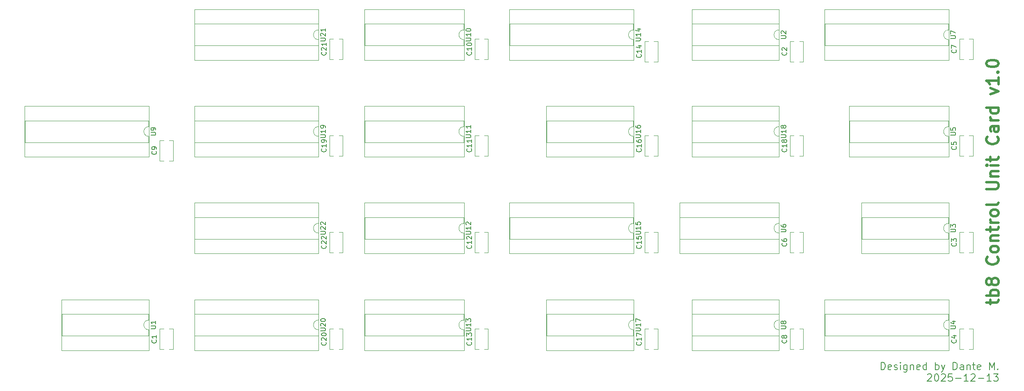
<source format=gbr>
%TF.GenerationSoftware,KiCad,Pcbnew,9.0.6*%
%TF.CreationDate,2025-12-16T20:34:15-05:00*%
%TF.ProjectId,tb8_cu,7462385f-6375-42e6-9b69-6361645f7063,1.0*%
%TF.SameCoordinates,Original*%
%TF.FileFunction,Legend,Top*%
%TF.FilePolarity,Positive*%
%FSLAX46Y46*%
G04 Gerber Fmt 4.6, Leading zero omitted, Abs format (unit mm)*
G04 Created by KiCad (PCBNEW 9.0.6) date 2025-12-16 20:34:15*
%MOMM*%
%LPD*%
G01*
G04 APERTURE LIST*
%ADD10C,0.500000*%
%ADD11C,0.187500*%
%ADD12C,0.150000*%
%ADD13C,0.120000*%
G04 APERTURE END LIST*
D10*
X239001380Y-125057142D02*
X239001380Y-124104761D01*
X238168047Y-124699999D02*
X240310904Y-124699999D01*
X240310904Y-124699999D02*
X240549000Y-124580952D01*
X240549000Y-124580952D02*
X240668047Y-124342857D01*
X240668047Y-124342857D02*
X240668047Y-124104761D01*
X240668047Y-123271428D02*
X238168047Y-123271428D01*
X239120428Y-123271428D02*
X239001380Y-123033333D01*
X239001380Y-123033333D02*
X239001380Y-122557143D01*
X239001380Y-122557143D02*
X239120428Y-122319047D01*
X239120428Y-122319047D02*
X239239476Y-122200000D01*
X239239476Y-122200000D02*
X239477571Y-122080952D01*
X239477571Y-122080952D02*
X240191857Y-122080952D01*
X240191857Y-122080952D02*
X240429952Y-122200000D01*
X240429952Y-122200000D02*
X240549000Y-122319047D01*
X240549000Y-122319047D02*
X240668047Y-122557143D01*
X240668047Y-122557143D02*
X240668047Y-123033333D01*
X240668047Y-123033333D02*
X240549000Y-123271428D01*
X239239476Y-120652381D02*
X239120428Y-120890476D01*
X239120428Y-120890476D02*
X239001380Y-121009523D01*
X239001380Y-121009523D02*
X238763285Y-121128571D01*
X238763285Y-121128571D02*
X238644238Y-121128571D01*
X238644238Y-121128571D02*
X238406142Y-121009523D01*
X238406142Y-121009523D02*
X238287095Y-120890476D01*
X238287095Y-120890476D02*
X238168047Y-120652381D01*
X238168047Y-120652381D02*
X238168047Y-120176190D01*
X238168047Y-120176190D02*
X238287095Y-119938095D01*
X238287095Y-119938095D02*
X238406142Y-119819047D01*
X238406142Y-119819047D02*
X238644238Y-119700000D01*
X238644238Y-119700000D02*
X238763285Y-119700000D01*
X238763285Y-119700000D02*
X239001380Y-119819047D01*
X239001380Y-119819047D02*
X239120428Y-119938095D01*
X239120428Y-119938095D02*
X239239476Y-120176190D01*
X239239476Y-120176190D02*
X239239476Y-120652381D01*
X239239476Y-120652381D02*
X239358523Y-120890476D01*
X239358523Y-120890476D02*
X239477571Y-121009523D01*
X239477571Y-121009523D02*
X239715666Y-121128571D01*
X239715666Y-121128571D02*
X240191857Y-121128571D01*
X240191857Y-121128571D02*
X240429952Y-121009523D01*
X240429952Y-121009523D02*
X240549000Y-120890476D01*
X240549000Y-120890476D02*
X240668047Y-120652381D01*
X240668047Y-120652381D02*
X240668047Y-120176190D01*
X240668047Y-120176190D02*
X240549000Y-119938095D01*
X240549000Y-119938095D02*
X240429952Y-119819047D01*
X240429952Y-119819047D02*
X240191857Y-119700000D01*
X240191857Y-119700000D02*
X239715666Y-119700000D01*
X239715666Y-119700000D02*
X239477571Y-119819047D01*
X239477571Y-119819047D02*
X239358523Y-119938095D01*
X239358523Y-119938095D02*
X239239476Y-120176190D01*
X240429952Y-115295238D02*
X240549000Y-115414286D01*
X240549000Y-115414286D02*
X240668047Y-115771428D01*
X240668047Y-115771428D02*
X240668047Y-116009524D01*
X240668047Y-116009524D02*
X240549000Y-116366667D01*
X240549000Y-116366667D02*
X240310904Y-116604762D01*
X240310904Y-116604762D02*
X240072809Y-116723809D01*
X240072809Y-116723809D02*
X239596619Y-116842857D01*
X239596619Y-116842857D02*
X239239476Y-116842857D01*
X239239476Y-116842857D02*
X238763285Y-116723809D01*
X238763285Y-116723809D02*
X238525190Y-116604762D01*
X238525190Y-116604762D02*
X238287095Y-116366667D01*
X238287095Y-116366667D02*
X238168047Y-116009524D01*
X238168047Y-116009524D02*
X238168047Y-115771428D01*
X238168047Y-115771428D02*
X238287095Y-115414286D01*
X238287095Y-115414286D02*
X238406142Y-115295238D01*
X240668047Y-113866667D02*
X240549000Y-114104762D01*
X240549000Y-114104762D02*
X240429952Y-114223809D01*
X240429952Y-114223809D02*
X240191857Y-114342857D01*
X240191857Y-114342857D02*
X239477571Y-114342857D01*
X239477571Y-114342857D02*
X239239476Y-114223809D01*
X239239476Y-114223809D02*
X239120428Y-114104762D01*
X239120428Y-114104762D02*
X239001380Y-113866667D01*
X239001380Y-113866667D02*
X239001380Y-113509524D01*
X239001380Y-113509524D02*
X239120428Y-113271428D01*
X239120428Y-113271428D02*
X239239476Y-113152381D01*
X239239476Y-113152381D02*
X239477571Y-113033333D01*
X239477571Y-113033333D02*
X240191857Y-113033333D01*
X240191857Y-113033333D02*
X240429952Y-113152381D01*
X240429952Y-113152381D02*
X240549000Y-113271428D01*
X240549000Y-113271428D02*
X240668047Y-113509524D01*
X240668047Y-113509524D02*
X240668047Y-113866667D01*
X239001380Y-111961904D02*
X240668047Y-111961904D01*
X239239476Y-111961904D02*
X239120428Y-111842857D01*
X239120428Y-111842857D02*
X239001380Y-111604762D01*
X239001380Y-111604762D02*
X239001380Y-111247619D01*
X239001380Y-111247619D02*
X239120428Y-111009523D01*
X239120428Y-111009523D02*
X239358523Y-110890476D01*
X239358523Y-110890476D02*
X240668047Y-110890476D01*
X239001380Y-110057142D02*
X239001380Y-109104761D01*
X238168047Y-109699999D02*
X240310904Y-109699999D01*
X240310904Y-109699999D02*
X240549000Y-109580952D01*
X240549000Y-109580952D02*
X240668047Y-109342857D01*
X240668047Y-109342857D02*
X240668047Y-109104761D01*
X240668047Y-108271428D02*
X239001380Y-108271428D01*
X239477571Y-108271428D02*
X239239476Y-108152381D01*
X239239476Y-108152381D02*
X239120428Y-108033333D01*
X239120428Y-108033333D02*
X239001380Y-107795238D01*
X239001380Y-107795238D02*
X239001380Y-107557143D01*
X240668047Y-106366667D02*
X240549000Y-106604762D01*
X240549000Y-106604762D02*
X240429952Y-106723809D01*
X240429952Y-106723809D02*
X240191857Y-106842857D01*
X240191857Y-106842857D02*
X239477571Y-106842857D01*
X239477571Y-106842857D02*
X239239476Y-106723809D01*
X239239476Y-106723809D02*
X239120428Y-106604762D01*
X239120428Y-106604762D02*
X239001380Y-106366667D01*
X239001380Y-106366667D02*
X239001380Y-106009524D01*
X239001380Y-106009524D02*
X239120428Y-105771428D01*
X239120428Y-105771428D02*
X239239476Y-105652381D01*
X239239476Y-105652381D02*
X239477571Y-105533333D01*
X239477571Y-105533333D02*
X240191857Y-105533333D01*
X240191857Y-105533333D02*
X240429952Y-105652381D01*
X240429952Y-105652381D02*
X240549000Y-105771428D01*
X240549000Y-105771428D02*
X240668047Y-106009524D01*
X240668047Y-106009524D02*
X240668047Y-106366667D01*
X240668047Y-104104762D02*
X240549000Y-104342857D01*
X240549000Y-104342857D02*
X240310904Y-104461904D01*
X240310904Y-104461904D02*
X238168047Y-104461904D01*
X238168047Y-101247618D02*
X240191857Y-101247618D01*
X240191857Y-101247618D02*
X240429952Y-101128571D01*
X240429952Y-101128571D02*
X240549000Y-101009523D01*
X240549000Y-101009523D02*
X240668047Y-100771428D01*
X240668047Y-100771428D02*
X240668047Y-100295237D01*
X240668047Y-100295237D02*
X240549000Y-100057142D01*
X240549000Y-100057142D02*
X240429952Y-99938095D01*
X240429952Y-99938095D02*
X240191857Y-99819047D01*
X240191857Y-99819047D02*
X238168047Y-99819047D01*
X239001380Y-98628570D02*
X240668047Y-98628570D01*
X239239476Y-98628570D02*
X239120428Y-98509523D01*
X239120428Y-98509523D02*
X239001380Y-98271428D01*
X239001380Y-98271428D02*
X239001380Y-97914285D01*
X239001380Y-97914285D02*
X239120428Y-97676189D01*
X239120428Y-97676189D02*
X239358523Y-97557142D01*
X239358523Y-97557142D02*
X240668047Y-97557142D01*
X240668047Y-96366665D02*
X239001380Y-96366665D01*
X238168047Y-96366665D02*
X238287095Y-96485713D01*
X238287095Y-96485713D02*
X238406142Y-96366665D01*
X238406142Y-96366665D02*
X238287095Y-96247618D01*
X238287095Y-96247618D02*
X238168047Y-96366665D01*
X238168047Y-96366665D02*
X238406142Y-96366665D01*
X239001380Y-95533332D02*
X239001380Y-94580951D01*
X238168047Y-95176189D02*
X240310904Y-95176189D01*
X240310904Y-95176189D02*
X240549000Y-95057142D01*
X240549000Y-95057142D02*
X240668047Y-94819047D01*
X240668047Y-94819047D02*
X240668047Y-94580951D01*
X240429952Y-90414285D02*
X240549000Y-90533333D01*
X240549000Y-90533333D02*
X240668047Y-90890475D01*
X240668047Y-90890475D02*
X240668047Y-91128571D01*
X240668047Y-91128571D02*
X240549000Y-91485714D01*
X240549000Y-91485714D02*
X240310904Y-91723809D01*
X240310904Y-91723809D02*
X240072809Y-91842856D01*
X240072809Y-91842856D02*
X239596619Y-91961904D01*
X239596619Y-91961904D02*
X239239476Y-91961904D01*
X239239476Y-91961904D02*
X238763285Y-91842856D01*
X238763285Y-91842856D02*
X238525190Y-91723809D01*
X238525190Y-91723809D02*
X238287095Y-91485714D01*
X238287095Y-91485714D02*
X238168047Y-91128571D01*
X238168047Y-91128571D02*
X238168047Y-90890475D01*
X238168047Y-90890475D02*
X238287095Y-90533333D01*
X238287095Y-90533333D02*
X238406142Y-90414285D01*
X240668047Y-88271428D02*
X239358523Y-88271428D01*
X239358523Y-88271428D02*
X239120428Y-88390475D01*
X239120428Y-88390475D02*
X239001380Y-88628571D01*
X239001380Y-88628571D02*
X239001380Y-89104761D01*
X239001380Y-89104761D02*
X239120428Y-89342856D01*
X240549000Y-88271428D02*
X240668047Y-88509523D01*
X240668047Y-88509523D02*
X240668047Y-89104761D01*
X240668047Y-89104761D02*
X240549000Y-89342856D01*
X240549000Y-89342856D02*
X240310904Y-89461904D01*
X240310904Y-89461904D02*
X240072809Y-89461904D01*
X240072809Y-89461904D02*
X239834714Y-89342856D01*
X239834714Y-89342856D02*
X239715666Y-89104761D01*
X239715666Y-89104761D02*
X239715666Y-88509523D01*
X239715666Y-88509523D02*
X239596619Y-88271428D01*
X240668047Y-87080951D02*
X239001380Y-87080951D01*
X239477571Y-87080951D02*
X239239476Y-86961904D01*
X239239476Y-86961904D02*
X239120428Y-86842856D01*
X239120428Y-86842856D02*
X239001380Y-86604761D01*
X239001380Y-86604761D02*
X239001380Y-86366666D01*
X240668047Y-84461904D02*
X238168047Y-84461904D01*
X240549000Y-84461904D02*
X240668047Y-84699999D01*
X240668047Y-84699999D02*
X240668047Y-85176190D01*
X240668047Y-85176190D02*
X240549000Y-85414285D01*
X240549000Y-85414285D02*
X240429952Y-85533332D01*
X240429952Y-85533332D02*
X240191857Y-85652380D01*
X240191857Y-85652380D02*
X239477571Y-85652380D01*
X239477571Y-85652380D02*
X239239476Y-85533332D01*
X239239476Y-85533332D02*
X239120428Y-85414285D01*
X239120428Y-85414285D02*
X239001380Y-85176190D01*
X239001380Y-85176190D02*
X239001380Y-84699999D01*
X239001380Y-84699999D02*
X239120428Y-84461904D01*
X239001380Y-81604761D02*
X240668047Y-81009523D01*
X240668047Y-81009523D02*
X239001380Y-80414284D01*
X240668047Y-78152380D02*
X240668047Y-79580951D01*
X240668047Y-78866665D02*
X238168047Y-78866665D01*
X238168047Y-78866665D02*
X238525190Y-79104761D01*
X238525190Y-79104761D02*
X238763285Y-79342856D01*
X238763285Y-79342856D02*
X238882333Y-79580951D01*
X240429952Y-77080951D02*
X240549000Y-76961904D01*
X240549000Y-76961904D02*
X240668047Y-77080951D01*
X240668047Y-77080951D02*
X240549000Y-77199999D01*
X240549000Y-77199999D02*
X240429952Y-77080951D01*
X240429952Y-77080951D02*
X240668047Y-77080951D01*
X238168047Y-75414285D02*
X238168047Y-75176190D01*
X238168047Y-75176190D02*
X238287095Y-74938094D01*
X238287095Y-74938094D02*
X238406142Y-74819047D01*
X238406142Y-74819047D02*
X238644238Y-74699999D01*
X238644238Y-74699999D02*
X239120428Y-74580952D01*
X239120428Y-74580952D02*
X239715666Y-74580952D01*
X239715666Y-74580952D02*
X240191857Y-74699999D01*
X240191857Y-74699999D02*
X240429952Y-74819047D01*
X240429952Y-74819047D02*
X240549000Y-74938094D01*
X240549000Y-74938094D02*
X240668047Y-75176190D01*
X240668047Y-75176190D02*
X240668047Y-75414285D01*
X240668047Y-75414285D02*
X240549000Y-75652380D01*
X240549000Y-75652380D02*
X240429952Y-75771428D01*
X240429952Y-75771428D02*
X240191857Y-75890475D01*
X240191857Y-75890475D02*
X239715666Y-76009523D01*
X239715666Y-76009523D02*
X239120428Y-76009523D01*
X239120428Y-76009523D02*
X238644238Y-75890475D01*
X238644238Y-75890475D02*
X238406142Y-75771428D01*
X238406142Y-75771428D02*
X238287095Y-75652380D01*
X238287095Y-75652380D02*
X238168047Y-75414285D01*
D11*
X216448072Y-138591762D02*
X216448072Y-137091762D01*
X216448072Y-137091762D02*
X216805215Y-137091762D01*
X216805215Y-137091762D02*
X217019501Y-137163191D01*
X217019501Y-137163191D02*
X217162358Y-137306048D01*
X217162358Y-137306048D02*
X217233787Y-137448905D01*
X217233787Y-137448905D02*
X217305215Y-137734619D01*
X217305215Y-137734619D02*
X217305215Y-137948905D01*
X217305215Y-137948905D02*
X217233787Y-138234619D01*
X217233787Y-138234619D02*
X217162358Y-138377476D01*
X217162358Y-138377476D02*
X217019501Y-138520334D01*
X217019501Y-138520334D02*
X216805215Y-138591762D01*
X216805215Y-138591762D02*
X216448072Y-138591762D01*
X218519501Y-138520334D02*
X218376644Y-138591762D01*
X218376644Y-138591762D02*
X218090930Y-138591762D01*
X218090930Y-138591762D02*
X217948072Y-138520334D01*
X217948072Y-138520334D02*
X217876644Y-138377476D01*
X217876644Y-138377476D02*
X217876644Y-137806048D01*
X217876644Y-137806048D02*
X217948072Y-137663191D01*
X217948072Y-137663191D02*
X218090930Y-137591762D01*
X218090930Y-137591762D02*
X218376644Y-137591762D01*
X218376644Y-137591762D02*
X218519501Y-137663191D01*
X218519501Y-137663191D02*
X218590930Y-137806048D01*
X218590930Y-137806048D02*
X218590930Y-137948905D01*
X218590930Y-137948905D02*
X217876644Y-138091762D01*
X219162358Y-138520334D02*
X219305215Y-138591762D01*
X219305215Y-138591762D02*
X219590929Y-138591762D01*
X219590929Y-138591762D02*
X219733786Y-138520334D01*
X219733786Y-138520334D02*
X219805215Y-138377476D01*
X219805215Y-138377476D02*
X219805215Y-138306048D01*
X219805215Y-138306048D02*
X219733786Y-138163191D01*
X219733786Y-138163191D02*
X219590929Y-138091762D01*
X219590929Y-138091762D02*
X219376644Y-138091762D01*
X219376644Y-138091762D02*
X219233786Y-138020334D01*
X219233786Y-138020334D02*
X219162358Y-137877476D01*
X219162358Y-137877476D02*
X219162358Y-137806048D01*
X219162358Y-137806048D02*
X219233786Y-137663191D01*
X219233786Y-137663191D02*
X219376644Y-137591762D01*
X219376644Y-137591762D02*
X219590929Y-137591762D01*
X219590929Y-137591762D02*
X219733786Y-137663191D01*
X220448072Y-138591762D02*
X220448072Y-137591762D01*
X220448072Y-137091762D02*
X220376644Y-137163191D01*
X220376644Y-137163191D02*
X220448072Y-137234619D01*
X220448072Y-137234619D02*
X220519501Y-137163191D01*
X220519501Y-137163191D02*
X220448072Y-137091762D01*
X220448072Y-137091762D02*
X220448072Y-137234619D01*
X221805216Y-137591762D02*
X221805216Y-138806048D01*
X221805216Y-138806048D02*
X221733787Y-138948905D01*
X221733787Y-138948905D02*
X221662358Y-139020334D01*
X221662358Y-139020334D02*
X221519501Y-139091762D01*
X221519501Y-139091762D02*
X221305216Y-139091762D01*
X221305216Y-139091762D02*
X221162358Y-139020334D01*
X221805216Y-138520334D02*
X221662358Y-138591762D01*
X221662358Y-138591762D02*
X221376644Y-138591762D01*
X221376644Y-138591762D02*
X221233787Y-138520334D01*
X221233787Y-138520334D02*
X221162358Y-138448905D01*
X221162358Y-138448905D02*
X221090930Y-138306048D01*
X221090930Y-138306048D02*
X221090930Y-137877476D01*
X221090930Y-137877476D02*
X221162358Y-137734619D01*
X221162358Y-137734619D02*
X221233787Y-137663191D01*
X221233787Y-137663191D02*
X221376644Y-137591762D01*
X221376644Y-137591762D02*
X221662358Y-137591762D01*
X221662358Y-137591762D02*
X221805216Y-137663191D01*
X222519501Y-137591762D02*
X222519501Y-138591762D01*
X222519501Y-137734619D02*
X222590930Y-137663191D01*
X222590930Y-137663191D02*
X222733787Y-137591762D01*
X222733787Y-137591762D02*
X222948073Y-137591762D01*
X222948073Y-137591762D02*
X223090930Y-137663191D01*
X223090930Y-137663191D02*
X223162359Y-137806048D01*
X223162359Y-137806048D02*
X223162359Y-138591762D01*
X224448073Y-138520334D02*
X224305216Y-138591762D01*
X224305216Y-138591762D02*
X224019502Y-138591762D01*
X224019502Y-138591762D02*
X223876644Y-138520334D01*
X223876644Y-138520334D02*
X223805216Y-138377476D01*
X223805216Y-138377476D02*
X223805216Y-137806048D01*
X223805216Y-137806048D02*
X223876644Y-137663191D01*
X223876644Y-137663191D02*
X224019502Y-137591762D01*
X224019502Y-137591762D02*
X224305216Y-137591762D01*
X224305216Y-137591762D02*
X224448073Y-137663191D01*
X224448073Y-137663191D02*
X224519502Y-137806048D01*
X224519502Y-137806048D02*
X224519502Y-137948905D01*
X224519502Y-137948905D02*
X223805216Y-138091762D01*
X225805216Y-138591762D02*
X225805216Y-137091762D01*
X225805216Y-138520334D02*
X225662358Y-138591762D01*
X225662358Y-138591762D02*
X225376644Y-138591762D01*
X225376644Y-138591762D02*
X225233787Y-138520334D01*
X225233787Y-138520334D02*
X225162358Y-138448905D01*
X225162358Y-138448905D02*
X225090930Y-138306048D01*
X225090930Y-138306048D02*
X225090930Y-137877476D01*
X225090930Y-137877476D02*
X225162358Y-137734619D01*
X225162358Y-137734619D02*
X225233787Y-137663191D01*
X225233787Y-137663191D02*
X225376644Y-137591762D01*
X225376644Y-137591762D02*
X225662358Y-137591762D01*
X225662358Y-137591762D02*
X225805216Y-137663191D01*
X227662358Y-138591762D02*
X227662358Y-137091762D01*
X227662358Y-137663191D02*
X227805216Y-137591762D01*
X227805216Y-137591762D02*
X228090930Y-137591762D01*
X228090930Y-137591762D02*
X228233787Y-137663191D01*
X228233787Y-137663191D02*
X228305216Y-137734619D01*
X228305216Y-137734619D02*
X228376644Y-137877476D01*
X228376644Y-137877476D02*
X228376644Y-138306048D01*
X228376644Y-138306048D02*
X228305216Y-138448905D01*
X228305216Y-138448905D02*
X228233787Y-138520334D01*
X228233787Y-138520334D02*
X228090930Y-138591762D01*
X228090930Y-138591762D02*
X227805216Y-138591762D01*
X227805216Y-138591762D02*
X227662358Y-138520334D01*
X228876644Y-137591762D02*
X229233787Y-138591762D01*
X229590930Y-137591762D02*
X229233787Y-138591762D01*
X229233787Y-138591762D02*
X229090930Y-138948905D01*
X229090930Y-138948905D02*
X229019501Y-139020334D01*
X229019501Y-139020334D02*
X228876644Y-139091762D01*
X231305215Y-138591762D02*
X231305215Y-137091762D01*
X231305215Y-137091762D02*
X231662358Y-137091762D01*
X231662358Y-137091762D02*
X231876644Y-137163191D01*
X231876644Y-137163191D02*
X232019501Y-137306048D01*
X232019501Y-137306048D02*
X232090930Y-137448905D01*
X232090930Y-137448905D02*
X232162358Y-137734619D01*
X232162358Y-137734619D02*
X232162358Y-137948905D01*
X232162358Y-137948905D02*
X232090930Y-138234619D01*
X232090930Y-138234619D02*
X232019501Y-138377476D01*
X232019501Y-138377476D02*
X231876644Y-138520334D01*
X231876644Y-138520334D02*
X231662358Y-138591762D01*
X231662358Y-138591762D02*
X231305215Y-138591762D01*
X233448073Y-138591762D02*
X233448073Y-137806048D01*
X233448073Y-137806048D02*
X233376644Y-137663191D01*
X233376644Y-137663191D02*
X233233787Y-137591762D01*
X233233787Y-137591762D02*
X232948073Y-137591762D01*
X232948073Y-137591762D02*
X232805215Y-137663191D01*
X233448073Y-138520334D02*
X233305215Y-138591762D01*
X233305215Y-138591762D02*
X232948073Y-138591762D01*
X232948073Y-138591762D02*
X232805215Y-138520334D01*
X232805215Y-138520334D02*
X232733787Y-138377476D01*
X232733787Y-138377476D02*
X232733787Y-138234619D01*
X232733787Y-138234619D02*
X232805215Y-138091762D01*
X232805215Y-138091762D02*
X232948073Y-138020334D01*
X232948073Y-138020334D02*
X233305215Y-138020334D01*
X233305215Y-138020334D02*
X233448073Y-137948905D01*
X234162358Y-137591762D02*
X234162358Y-138591762D01*
X234162358Y-137734619D02*
X234233787Y-137663191D01*
X234233787Y-137663191D02*
X234376644Y-137591762D01*
X234376644Y-137591762D02*
X234590930Y-137591762D01*
X234590930Y-137591762D02*
X234733787Y-137663191D01*
X234733787Y-137663191D02*
X234805216Y-137806048D01*
X234805216Y-137806048D02*
X234805216Y-138591762D01*
X235305216Y-137591762D02*
X235876644Y-137591762D01*
X235519501Y-137091762D02*
X235519501Y-138377476D01*
X235519501Y-138377476D02*
X235590930Y-138520334D01*
X235590930Y-138520334D02*
X235733787Y-138591762D01*
X235733787Y-138591762D02*
X235876644Y-138591762D01*
X236948073Y-138520334D02*
X236805216Y-138591762D01*
X236805216Y-138591762D02*
X236519502Y-138591762D01*
X236519502Y-138591762D02*
X236376644Y-138520334D01*
X236376644Y-138520334D02*
X236305216Y-138377476D01*
X236305216Y-138377476D02*
X236305216Y-137806048D01*
X236305216Y-137806048D02*
X236376644Y-137663191D01*
X236376644Y-137663191D02*
X236519502Y-137591762D01*
X236519502Y-137591762D02*
X236805216Y-137591762D01*
X236805216Y-137591762D02*
X236948073Y-137663191D01*
X236948073Y-137663191D02*
X237019502Y-137806048D01*
X237019502Y-137806048D02*
X237019502Y-137948905D01*
X237019502Y-137948905D02*
X236305216Y-138091762D01*
X238805215Y-138591762D02*
X238805215Y-137091762D01*
X238805215Y-137091762D02*
X239305215Y-138163191D01*
X239305215Y-138163191D02*
X239805215Y-137091762D01*
X239805215Y-137091762D02*
X239805215Y-138591762D01*
X240519501Y-138448905D02*
X240590930Y-138520334D01*
X240590930Y-138520334D02*
X240519501Y-138591762D01*
X240519501Y-138591762D02*
X240448073Y-138520334D01*
X240448073Y-138520334D02*
X240519501Y-138448905D01*
X240519501Y-138448905D02*
X240519501Y-138591762D01*
X226019505Y-139649535D02*
X226090933Y-139578107D01*
X226090933Y-139578107D02*
X226233791Y-139506678D01*
X226233791Y-139506678D02*
X226590933Y-139506678D01*
X226590933Y-139506678D02*
X226733791Y-139578107D01*
X226733791Y-139578107D02*
X226805219Y-139649535D01*
X226805219Y-139649535D02*
X226876648Y-139792392D01*
X226876648Y-139792392D02*
X226876648Y-139935250D01*
X226876648Y-139935250D02*
X226805219Y-140149535D01*
X226805219Y-140149535D02*
X225948076Y-141006678D01*
X225948076Y-141006678D02*
X226876648Y-141006678D01*
X227805219Y-139506678D02*
X227948076Y-139506678D01*
X227948076Y-139506678D02*
X228090933Y-139578107D01*
X228090933Y-139578107D02*
X228162362Y-139649535D01*
X228162362Y-139649535D02*
X228233790Y-139792392D01*
X228233790Y-139792392D02*
X228305219Y-140078107D01*
X228305219Y-140078107D02*
X228305219Y-140435250D01*
X228305219Y-140435250D02*
X228233790Y-140720964D01*
X228233790Y-140720964D02*
X228162362Y-140863821D01*
X228162362Y-140863821D02*
X228090933Y-140935250D01*
X228090933Y-140935250D02*
X227948076Y-141006678D01*
X227948076Y-141006678D02*
X227805219Y-141006678D01*
X227805219Y-141006678D02*
X227662362Y-140935250D01*
X227662362Y-140935250D02*
X227590933Y-140863821D01*
X227590933Y-140863821D02*
X227519504Y-140720964D01*
X227519504Y-140720964D02*
X227448076Y-140435250D01*
X227448076Y-140435250D02*
X227448076Y-140078107D01*
X227448076Y-140078107D02*
X227519504Y-139792392D01*
X227519504Y-139792392D02*
X227590933Y-139649535D01*
X227590933Y-139649535D02*
X227662362Y-139578107D01*
X227662362Y-139578107D02*
X227805219Y-139506678D01*
X228876647Y-139649535D02*
X228948075Y-139578107D01*
X228948075Y-139578107D02*
X229090933Y-139506678D01*
X229090933Y-139506678D02*
X229448075Y-139506678D01*
X229448075Y-139506678D02*
X229590933Y-139578107D01*
X229590933Y-139578107D02*
X229662361Y-139649535D01*
X229662361Y-139649535D02*
X229733790Y-139792392D01*
X229733790Y-139792392D02*
X229733790Y-139935250D01*
X229733790Y-139935250D02*
X229662361Y-140149535D01*
X229662361Y-140149535D02*
X228805218Y-141006678D01*
X228805218Y-141006678D02*
X229733790Y-141006678D01*
X231090932Y-139506678D02*
X230376646Y-139506678D01*
X230376646Y-139506678D02*
X230305218Y-140220964D01*
X230305218Y-140220964D02*
X230376646Y-140149535D01*
X230376646Y-140149535D02*
X230519504Y-140078107D01*
X230519504Y-140078107D02*
X230876646Y-140078107D01*
X230876646Y-140078107D02*
X231019504Y-140149535D01*
X231019504Y-140149535D02*
X231090932Y-140220964D01*
X231090932Y-140220964D02*
X231162361Y-140363821D01*
X231162361Y-140363821D02*
X231162361Y-140720964D01*
X231162361Y-140720964D02*
X231090932Y-140863821D01*
X231090932Y-140863821D02*
X231019504Y-140935250D01*
X231019504Y-140935250D02*
X230876646Y-141006678D01*
X230876646Y-141006678D02*
X230519504Y-141006678D01*
X230519504Y-141006678D02*
X230376646Y-140935250D01*
X230376646Y-140935250D02*
X230305218Y-140863821D01*
X231805217Y-140435250D02*
X232948075Y-140435250D01*
X234448075Y-141006678D02*
X233590932Y-141006678D01*
X234019503Y-141006678D02*
X234019503Y-139506678D01*
X234019503Y-139506678D02*
X233876646Y-139720964D01*
X233876646Y-139720964D02*
X233733789Y-139863821D01*
X233733789Y-139863821D02*
X233590932Y-139935250D01*
X235019503Y-139649535D02*
X235090931Y-139578107D01*
X235090931Y-139578107D02*
X235233789Y-139506678D01*
X235233789Y-139506678D02*
X235590931Y-139506678D01*
X235590931Y-139506678D02*
X235733789Y-139578107D01*
X235733789Y-139578107D02*
X235805217Y-139649535D01*
X235805217Y-139649535D02*
X235876646Y-139792392D01*
X235876646Y-139792392D02*
X235876646Y-139935250D01*
X235876646Y-139935250D02*
X235805217Y-140149535D01*
X235805217Y-140149535D02*
X234948074Y-141006678D01*
X234948074Y-141006678D02*
X235876646Y-141006678D01*
X236519502Y-140435250D02*
X237662360Y-140435250D01*
X239162360Y-141006678D02*
X238305217Y-141006678D01*
X238733788Y-141006678D02*
X238733788Y-139506678D01*
X238733788Y-139506678D02*
X238590931Y-139720964D01*
X238590931Y-139720964D02*
X238448074Y-139863821D01*
X238448074Y-139863821D02*
X238305217Y-139935250D01*
X239662359Y-139506678D02*
X240590931Y-139506678D01*
X240590931Y-139506678D02*
X240090931Y-140078107D01*
X240090931Y-140078107D02*
X240305216Y-140078107D01*
X240305216Y-140078107D02*
X240448074Y-140149535D01*
X240448074Y-140149535D02*
X240519502Y-140220964D01*
X240519502Y-140220964D02*
X240590931Y-140363821D01*
X240590931Y-140363821D02*
X240590931Y-140720964D01*
X240590931Y-140720964D02*
X240519502Y-140863821D01*
X240519502Y-140863821D02*
X240448074Y-140935250D01*
X240448074Y-140935250D02*
X240305216Y-141006678D01*
X240305216Y-141006678D02*
X239876645Y-141006678D01*
X239876645Y-141006678D02*
X239733788Y-140935250D01*
X239733788Y-140935250D02*
X239662359Y-140863821D01*
D12*
X101889580Y-132942857D02*
X101937200Y-132990476D01*
X101937200Y-132990476D02*
X101984819Y-133133333D01*
X101984819Y-133133333D02*
X101984819Y-133228571D01*
X101984819Y-133228571D02*
X101937200Y-133371428D01*
X101937200Y-133371428D02*
X101841961Y-133466666D01*
X101841961Y-133466666D02*
X101746723Y-133514285D01*
X101746723Y-133514285D02*
X101556247Y-133561904D01*
X101556247Y-133561904D02*
X101413390Y-133561904D01*
X101413390Y-133561904D02*
X101222914Y-133514285D01*
X101222914Y-133514285D02*
X101127676Y-133466666D01*
X101127676Y-133466666D02*
X101032438Y-133371428D01*
X101032438Y-133371428D02*
X100984819Y-133228571D01*
X100984819Y-133228571D02*
X100984819Y-133133333D01*
X100984819Y-133133333D02*
X101032438Y-132990476D01*
X101032438Y-132990476D02*
X101080057Y-132942857D01*
X101080057Y-132561904D02*
X101032438Y-132514285D01*
X101032438Y-132514285D02*
X100984819Y-132419047D01*
X100984819Y-132419047D02*
X100984819Y-132180952D01*
X100984819Y-132180952D02*
X101032438Y-132085714D01*
X101032438Y-132085714D02*
X101080057Y-132038095D01*
X101080057Y-132038095D02*
X101175295Y-131990476D01*
X101175295Y-131990476D02*
X101270533Y-131990476D01*
X101270533Y-131990476D02*
X101413390Y-132038095D01*
X101413390Y-132038095D02*
X101984819Y-132609523D01*
X101984819Y-132609523D02*
X101984819Y-131990476D01*
X100984819Y-131371428D02*
X100984819Y-131276190D01*
X100984819Y-131276190D02*
X101032438Y-131180952D01*
X101032438Y-131180952D02*
X101080057Y-131133333D01*
X101080057Y-131133333D02*
X101175295Y-131085714D01*
X101175295Y-131085714D02*
X101365771Y-131038095D01*
X101365771Y-131038095D02*
X101603866Y-131038095D01*
X101603866Y-131038095D02*
X101794342Y-131085714D01*
X101794342Y-131085714D02*
X101889580Y-131133333D01*
X101889580Y-131133333D02*
X101937200Y-131180952D01*
X101937200Y-131180952D02*
X101984819Y-131276190D01*
X101984819Y-131276190D02*
X101984819Y-131371428D01*
X101984819Y-131371428D02*
X101937200Y-131466666D01*
X101937200Y-131466666D02*
X101889580Y-131514285D01*
X101889580Y-131514285D02*
X101794342Y-131561904D01*
X101794342Y-131561904D02*
X101603866Y-131609523D01*
X101603866Y-131609523D02*
X101365771Y-131609523D01*
X101365771Y-131609523D02*
X101175295Y-131561904D01*
X101175295Y-131561904D02*
X101080057Y-131514285D01*
X101080057Y-131514285D02*
X101032438Y-131466666D01*
X101032438Y-131466666D02*
X100984819Y-131371428D01*
X166889580Y-132942857D02*
X166937200Y-132990476D01*
X166937200Y-132990476D02*
X166984819Y-133133333D01*
X166984819Y-133133333D02*
X166984819Y-133228571D01*
X166984819Y-133228571D02*
X166937200Y-133371428D01*
X166937200Y-133371428D02*
X166841961Y-133466666D01*
X166841961Y-133466666D02*
X166746723Y-133514285D01*
X166746723Y-133514285D02*
X166556247Y-133561904D01*
X166556247Y-133561904D02*
X166413390Y-133561904D01*
X166413390Y-133561904D02*
X166222914Y-133514285D01*
X166222914Y-133514285D02*
X166127676Y-133466666D01*
X166127676Y-133466666D02*
X166032438Y-133371428D01*
X166032438Y-133371428D02*
X165984819Y-133228571D01*
X165984819Y-133228571D02*
X165984819Y-133133333D01*
X165984819Y-133133333D02*
X166032438Y-132990476D01*
X166032438Y-132990476D02*
X166080057Y-132942857D01*
X166984819Y-131990476D02*
X166984819Y-132561904D01*
X166984819Y-132276190D02*
X165984819Y-132276190D01*
X165984819Y-132276190D02*
X166127676Y-132371428D01*
X166127676Y-132371428D02*
X166222914Y-132466666D01*
X166222914Y-132466666D02*
X166270533Y-132561904D01*
X165984819Y-131657142D02*
X165984819Y-130990476D01*
X165984819Y-130990476D02*
X166984819Y-131419047D01*
X131889580Y-92942857D02*
X131937200Y-92990476D01*
X131937200Y-92990476D02*
X131984819Y-93133333D01*
X131984819Y-93133333D02*
X131984819Y-93228571D01*
X131984819Y-93228571D02*
X131937200Y-93371428D01*
X131937200Y-93371428D02*
X131841961Y-93466666D01*
X131841961Y-93466666D02*
X131746723Y-93514285D01*
X131746723Y-93514285D02*
X131556247Y-93561904D01*
X131556247Y-93561904D02*
X131413390Y-93561904D01*
X131413390Y-93561904D02*
X131222914Y-93514285D01*
X131222914Y-93514285D02*
X131127676Y-93466666D01*
X131127676Y-93466666D02*
X131032438Y-93371428D01*
X131032438Y-93371428D02*
X130984819Y-93228571D01*
X130984819Y-93228571D02*
X130984819Y-93133333D01*
X130984819Y-93133333D02*
X131032438Y-92990476D01*
X131032438Y-92990476D02*
X131080057Y-92942857D01*
X131984819Y-91990476D02*
X131984819Y-92561904D01*
X131984819Y-92276190D02*
X130984819Y-92276190D01*
X130984819Y-92276190D02*
X131127676Y-92371428D01*
X131127676Y-92371428D02*
X131222914Y-92466666D01*
X131222914Y-92466666D02*
X131270533Y-92561904D01*
X131984819Y-91038095D02*
X131984819Y-91609523D01*
X131984819Y-91323809D02*
X130984819Y-91323809D01*
X130984819Y-91323809D02*
X131127676Y-91419047D01*
X131127676Y-91419047D02*
X131222914Y-91514285D01*
X131222914Y-91514285D02*
X131270533Y-91609523D01*
X231889580Y-132466666D02*
X231937200Y-132514285D01*
X231937200Y-132514285D02*
X231984819Y-132657142D01*
X231984819Y-132657142D02*
X231984819Y-132752380D01*
X231984819Y-132752380D02*
X231937200Y-132895237D01*
X231937200Y-132895237D02*
X231841961Y-132990475D01*
X231841961Y-132990475D02*
X231746723Y-133038094D01*
X231746723Y-133038094D02*
X231556247Y-133085713D01*
X231556247Y-133085713D02*
X231413390Y-133085713D01*
X231413390Y-133085713D02*
X231222914Y-133038094D01*
X231222914Y-133038094D02*
X231127676Y-132990475D01*
X231127676Y-132990475D02*
X231032438Y-132895237D01*
X231032438Y-132895237D02*
X230984819Y-132752380D01*
X230984819Y-132752380D02*
X230984819Y-132657142D01*
X230984819Y-132657142D02*
X231032438Y-132514285D01*
X231032438Y-132514285D02*
X231080057Y-132466666D01*
X231318152Y-131609523D02*
X231984819Y-131609523D01*
X230937200Y-131847618D02*
X231651485Y-132085713D01*
X231651485Y-132085713D02*
X231651485Y-131466666D01*
X196889580Y-72966666D02*
X196937200Y-73014285D01*
X196937200Y-73014285D02*
X196984819Y-73157142D01*
X196984819Y-73157142D02*
X196984819Y-73252380D01*
X196984819Y-73252380D02*
X196937200Y-73395237D01*
X196937200Y-73395237D02*
X196841961Y-73490475D01*
X196841961Y-73490475D02*
X196746723Y-73538094D01*
X196746723Y-73538094D02*
X196556247Y-73585713D01*
X196556247Y-73585713D02*
X196413390Y-73585713D01*
X196413390Y-73585713D02*
X196222914Y-73538094D01*
X196222914Y-73538094D02*
X196127676Y-73490475D01*
X196127676Y-73490475D02*
X196032438Y-73395237D01*
X196032438Y-73395237D02*
X195984819Y-73252380D01*
X195984819Y-73252380D02*
X195984819Y-73157142D01*
X195984819Y-73157142D02*
X196032438Y-73014285D01*
X196032438Y-73014285D02*
X196080057Y-72966666D01*
X196080057Y-72585713D02*
X196032438Y-72538094D01*
X196032438Y-72538094D02*
X195984819Y-72442856D01*
X195984819Y-72442856D02*
X195984819Y-72204761D01*
X195984819Y-72204761D02*
X196032438Y-72109523D01*
X196032438Y-72109523D02*
X196080057Y-72061904D01*
X196080057Y-72061904D02*
X196175295Y-72014285D01*
X196175295Y-72014285D02*
X196270533Y-72014285D01*
X196270533Y-72014285D02*
X196413390Y-72061904D01*
X196413390Y-72061904D02*
X196984819Y-72633332D01*
X196984819Y-72633332D02*
X196984819Y-72014285D01*
X130814819Y-110598094D02*
X131624342Y-110598094D01*
X131624342Y-110598094D02*
X131719580Y-110550475D01*
X131719580Y-110550475D02*
X131767200Y-110502856D01*
X131767200Y-110502856D02*
X131814819Y-110407618D01*
X131814819Y-110407618D02*
X131814819Y-110217142D01*
X131814819Y-110217142D02*
X131767200Y-110121904D01*
X131767200Y-110121904D02*
X131719580Y-110074285D01*
X131719580Y-110074285D02*
X131624342Y-110026666D01*
X131624342Y-110026666D02*
X130814819Y-110026666D01*
X131814819Y-109026666D02*
X131814819Y-109598094D01*
X131814819Y-109312380D02*
X130814819Y-109312380D01*
X130814819Y-109312380D02*
X130957676Y-109407618D01*
X130957676Y-109407618D02*
X131052914Y-109502856D01*
X131052914Y-109502856D02*
X131100533Y-109598094D01*
X130910057Y-108645713D02*
X130862438Y-108598094D01*
X130862438Y-108598094D02*
X130814819Y-108502856D01*
X130814819Y-108502856D02*
X130814819Y-108264761D01*
X130814819Y-108264761D02*
X130862438Y-108169523D01*
X130862438Y-108169523D02*
X130910057Y-108121904D01*
X130910057Y-108121904D02*
X131005295Y-108074285D01*
X131005295Y-108074285D02*
X131100533Y-108074285D01*
X131100533Y-108074285D02*
X131243390Y-108121904D01*
X131243390Y-108121904D02*
X131814819Y-108693332D01*
X131814819Y-108693332D02*
X131814819Y-108074285D01*
X165814819Y-90598094D02*
X166624342Y-90598094D01*
X166624342Y-90598094D02*
X166719580Y-90550475D01*
X166719580Y-90550475D02*
X166767200Y-90502856D01*
X166767200Y-90502856D02*
X166814819Y-90407618D01*
X166814819Y-90407618D02*
X166814819Y-90217142D01*
X166814819Y-90217142D02*
X166767200Y-90121904D01*
X166767200Y-90121904D02*
X166719580Y-90074285D01*
X166719580Y-90074285D02*
X166624342Y-90026666D01*
X166624342Y-90026666D02*
X165814819Y-90026666D01*
X166814819Y-89026666D02*
X166814819Y-89598094D01*
X166814819Y-89312380D02*
X165814819Y-89312380D01*
X165814819Y-89312380D02*
X165957676Y-89407618D01*
X165957676Y-89407618D02*
X166052914Y-89502856D01*
X166052914Y-89502856D02*
X166100533Y-89598094D01*
X165814819Y-88169523D02*
X165814819Y-88359999D01*
X165814819Y-88359999D02*
X165862438Y-88455237D01*
X165862438Y-88455237D02*
X165910057Y-88502856D01*
X165910057Y-88502856D02*
X166052914Y-88598094D01*
X166052914Y-88598094D02*
X166243390Y-88645713D01*
X166243390Y-88645713D02*
X166624342Y-88645713D01*
X166624342Y-88645713D02*
X166719580Y-88598094D01*
X166719580Y-88598094D02*
X166767200Y-88550475D01*
X166767200Y-88550475D02*
X166814819Y-88455237D01*
X166814819Y-88455237D02*
X166814819Y-88264761D01*
X166814819Y-88264761D02*
X166767200Y-88169523D01*
X166767200Y-88169523D02*
X166719580Y-88121904D01*
X166719580Y-88121904D02*
X166624342Y-88074285D01*
X166624342Y-88074285D02*
X166386247Y-88074285D01*
X166386247Y-88074285D02*
X166291009Y-88121904D01*
X166291009Y-88121904D02*
X166243390Y-88169523D01*
X166243390Y-88169523D02*
X166195771Y-88264761D01*
X166195771Y-88264761D02*
X166195771Y-88455237D01*
X166195771Y-88455237D02*
X166243390Y-88550475D01*
X166243390Y-88550475D02*
X166291009Y-88598094D01*
X166291009Y-88598094D02*
X166386247Y-88645713D01*
X130814819Y-130598094D02*
X131624342Y-130598094D01*
X131624342Y-130598094D02*
X131719580Y-130550475D01*
X131719580Y-130550475D02*
X131767200Y-130502856D01*
X131767200Y-130502856D02*
X131814819Y-130407618D01*
X131814819Y-130407618D02*
X131814819Y-130217142D01*
X131814819Y-130217142D02*
X131767200Y-130121904D01*
X131767200Y-130121904D02*
X131719580Y-130074285D01*
X131719580Y-130074285D02*
X131624342Y-130026666D01*
X131624342Y-130026666D02*
X130814819Y-130026666D01*
X131814819Y-129026666D02*
X131814819Y-129598094D01*
X131814819Y-129312380D02*
X130814819Y-129312380D01*
X130814819Y-129312380D02*
X130957676Y-129407618D01*
X130957676Y-129407618D02*
X131052914Y-129502856D01*
X131052914Y-129502856D02*
X131100533Y-129598094D01*
X130814819Y-128693332D02*
X130814819Y-128074285D01*
X130814819Y-128074285D02*
X131195771Y-128407618D01*
X131195771Y-128407618D02*
X131195771Y-128264761D01*
X131195771Y-128264761D02*
X131243390Y-128169523D01*
X131243390Y-128169523D02*
X131291009Y-128121904D01*
X131291009Y-128121904D02*
X131386247Y-128074285D01*
X131386247Y-128074285D02*
X131624342Y-128074285D01*
X131624342Y-128074285D02*
X131719580Y-128121904D01*
X131719580Y-128121904D02*
X131767200Y-128169523D01*
X131767200Y-128169523D02*
X131814819Y-128264761D01*
X131814819Y-128264761D02*
X131814819Y-128550475D01*
X131814819Y-128550475D02*
X131767200Y-128645713D01*
X131767200Y-128645713D02*
X131719580Y-128693332D01*
X131889580Y-112942857D02*
X131937200Y-112990476D01*
X131937200Y-112990476D02*
X131984819Y-113133333D01*
X131984819Y-113133333D02*
X131984819Y-113228571D01*
X131984819Y-113228571D02*
X131937200Y-113371428D01*
X131937200Y-113371428D02*
X131841961Y-113466666D01*
X131841961Y-113466666D02*
X131746723Y-113514285D01*
X131746723Y-113514285D02*
X131556247Y-113561904D01*
X131556247Y-113561904D02*
X131413390Y-113561904D01*
X131413390Y-113561904D02*
X131222914Y-113514285D01*
X131222914Y-113514285D02*
X131127676Y-113466666D01*
X131127676Y-113466666D02*
X131032438Y-113371428D01*
X131032438Y-113371428D02*
X130984819Y-113228571D01*
X130984819Y-113228571D02*
X130984819Y-113133333D01*
X130984819Y-113133333D02*
X131032438Y-112990476D01*
X131032438Y-112990476D02*
X131080057Y-112942857D01*
X131984819Y-111990476D02*
X131984819Y-112561904D01*
X131984819Y-112276190D02*
X130984819Y-112276190D01*
X130984819Y-112276190D02*
X131127676Y-112371428D01*
X131127676Y-112371428D02*
X131222914Y-112466666D01*
X131222914Y-112466666D02*
X131270533Y-112561904D01*
X131080057Y-111609523D02*
X131032438Y-111561904D01*
X131032438Y-111561904D02*
X130984819Y-111466666D01*
X130984819Y-111466666D02*
X130984819Y-111228571D01*
X130984819Y-111228571D02*
X131032438Y-111133333D01*
X131032438Y-111133333D02*
X131080057Y-111085714D01*
X131080057Y-111085714D02*
X131175295Y-111038095D01*
X131175295Y-111038095D02*
X131270533Y-111038095D01*
X131270533Y-111038095D02*
X131413390Y-111085714D01*
X131413390Y-111085714D02*
X131984819Y-111657142D01*
X131984819Y-111657142D02*
X131984819Y-111038095D01*
X165814819Y-130598094D02*
X166624342Y-130598094D01*
X166624342Y-130598094D02*
X166719580Y-130550475D01*
X166719580Y-130550475D02*
X166767200Y-130502856D01*
X166767200Y-130502856D02*
X166814819Y-130407618D01*
X166814819Y-130407618D02*
X166814819Y-130217142D01*
X166814819Y-130217142D02*
X166767200Y-130121904D01*
X166767200Y-130121904D02*
X166719580Y-130074285D01*
X166719580Y-130074285D02*
X166624342Y-130026666D01*
X166624342Y-130026666D02*
X165814819Y-130026666D01*
X166814819Y-129026666D02*
X166814819Y-129598094D01*
X166814819Y-129312380D02*
X165814819Y-129312380D01*
X165814819Y-129312380D02*
X165957676Y-129407618D01*
X165957676Y-129407618D02*
X166052914Y-129502856D01*
X166052914Y-129502856D02*
X166100533Y-129598094D01*
X165814819Y-128693332D02*
X165814819Y-128026666D01*
X165814819Y-128026666D02*
X166814819Y-128455237D01*
X195814819Y-70121904D02*
X196624342Y-70121904D01*
X196624342Y-70121904D02*
X196719580Y-70074285D01*
X196719580Y-70074285D02*
X196767200Y-70026666D01*
X196767200Y-70026666D02*
X196814819Y-69931428D01*
X196814819Y-69931428D02*
X196814819Y-69740952D01*
X196814819Y-69740952D02*
X196767200Y-69645714D01*
X196767200Y-69645714D02*
X196719580Y-69598095D01*
X196719580Y-69598095D02*
X196624342Y-69550476D01*
X196624342Y-69550476D02*
X195814819Y-69550476D01*
X195910057Y-69121904D02*
X195862438Y-69074285D01*
X195862438Y-69074285D02*
X195814819Y-68979047D01*
X195814819Y-68979047D02*
X195814819Y-68740952D01*
X195814819Y-68740952D02*
X195862438Y-68645714D01*
X195862438Y-68645714D02*
X195910057Y-68598095D01*
X195910057Y-68598095D02*
X196005295Y-68550476D01*
X196005295Y-68550476D02*
X196100533Y-68550476D01*
X196100533Y-68550476D02*
X196243390Y-68598095D01*
X196243390Y-68598095D02*
X196814819Y-69169523D01*
X196814819Y-69169523D02*
X196814819Y-68550476D01*
X65814819Y-130121904D02*
X66624342Y-130121904D01*
X66624342Y-130121904D02*
X66719580Y-130074285D01*
X66719580Y-130074285D02*
X66767200Y-130026666D01*
X66767200Y-130026666D02*
X66814819Y-129931428D01*
X66814819Y-129931428D02*
X66814819Y-129740952D01*
X66814819Y-129740952D02*
X66767200Y-129645714D01*
X66767200Y-129645714D02*
X66719580Y-129598095D01*
X66719580Y-129598095D02*
X66624342Y-129550476D01*
X66624342Y-129550476D02*
X65814819Y-129550476D01*
X66814819Y-128550476D02*
X66814819Y-129121904D01*
X66814819Y-128836190D02*
X65814819Y-128836190D01*
X65814819Y-128836190D02*
X65957676Y-128931428D01*
X65957676Y-128931428D02*
X66052914Y-129026666D01*
X66052914Y-129026666D02*
X66100533Y-129121904D01*
X100814819Y-110598094D02*
X101624342Y-110598094D01*
X101624342Y-110598094D02*
X101719580Y-110550475D01*
X101719580Y-110550475D02*
X101767200Y-110502856D01*
X101767200Y-110502856D02*
X101814819Y-110407618D01*
X101814819Y-110407618D02*
X101814819Y-110217142D01*
X101814819Y-110217142D02*
X101767200Y-110121904D01*
X101767200Y-110121904D02*
X101719580Y-110074285D01*
X101719580Y-110074285D02*
X101624342Y-110026666D01*
X101624342Y-110026666D02*
X100814819Y-110026666D01*
X100910057Y-109598094D02*
X100862438Y-109550475D01*
X100862438Y-109550475D02*
X100814819Y-109455237D01*
X100814819Y-109455237D02*
X100814819Y-109217142D01*
X100814819Y-109217142D02*
X100862438Y-109121904D01*
X100862438Y-109121904D02*
X100910057Y-109074285D01*
X100910057Y-109074285D02*
X101005295Y-109026666D01*
X101005295Y-109026666D02*
X101100533Y-109026666D01*
X101100533Y-109026666D02*
X101243390Y-109074285D01*
X101243390Y-109074285D02*
X101814819Y-109645713D01*
X101814819Y-109645713D02*
X101814819Y-109026666D01*
X100910057Y-108645713D02*
X100862438Y-108598094D01*
X100862438Y-108598094D02*
X100814819Y-108502856D01*
X100814819Y-108502856D02*
X100814819Y-108264761D01*
X100814819Y-108264761D02*
X100862438Y-108169523D01*
X100862438Y-108169523D02*
X100910057Y-108121904D01*
X100910057Y-108121904D02*
X101005295Y-108074285D01*
X101005295Y-108074285D02*
X101100533Y-108074285D01*
X101100533Y-108074285D02*
X101243390Y-108121904D01*
X101243390Y-108121904D02*
X101814819Y-108693332D01*
X101814819Y-108693332D02*
X101814819Y-108074285D01*
X131889580Y-132942857D02*
X131937200Y-132990476D01*
X131937200Y-132990476D02*
X131984819Y-133133333D01*
X131984819Y-133133333D02*
X131984819Y-133228571D01*
X131984819Y-133228571D02*
X131937200Y-133371428D01*
X131937200Y-133371428D02*
X131841961Y-133466666D01*
X131841961Y-133466666D02*
X131746723Y-133514285D01*
X131746723Y-133514285D02*
X131556247Y-133561904D01*
X131556247Y-133561904D02*
X131413390Y-133561904D01*
X131413390Y-133561904D02*
X131222914Y-133514285D01*
X131222914Y-133514285D02*
X131127676Y-133466666D01*
X131127676Y-133466666D02*
X131032438Y-133371428D01*
X131032438Y-133371428D02*
X130984819Y-133228571D01*
X130984819Y-133228571D02*
X130984819Y-133133333D01*
X130984819Y-133133333D02*
X131032438Y-132990476D01*
X131032438Y-132990476D02*
X131080057Y-132942857D01*
X131984819Y-131990476D02*
X131984819Y-132561904D01*
X131984819Y-132276190D02*
X130984819Y-132276190D01*
X130984819Y-132276190D02*
X131127676Y-132371428D01*
X131127676Y-132371428D02*
X131222914Y-132466666D01*
X131222914Y-132466666D02*
X131270533Y-132561904D01*
X130984819Y-131657142D02*
X130984819Y-131038095D01*
X130984819Y-131038095D02*
X131365771Y-131371428D01*
X131365771Y-131371428D02*
X131365771Y-131228571D01*
X131365771Y-131228571D02*
X131413390Y-131133333D01*
X131413390Y-131133333D02*
X131461009Y-131085714D01*
X131461009Y-131085714D02*
X131556247Y-131038095D01*
X131556247Y-131038095D02*
X131794342Y-131038095D01*
X131794342Y-131038095D02*
X131889580Y-131085714D01*
X131889580Y-131085714D02*
X131937200Y-131133333D01*
X131937200Y-131133333D02*
X131984819Y-131228571D01*
X131984819Y-131228571D02*
X131984819Y-131514285D01*
X131984819Y-131514285D02*
X131937200Y-131609523D01*
X131937200Y-131609523D02*
X131889580Y-131657142D01*
X101889580Y-112942857D02*
X101937200Y-112990476D01*
X101937200Y-112990476D02*
X101984819Y-113133333D01*
X101984819Y-113133333D02*
X101984819Y-113228571D01*
X101984819Y-113228571D02*
X101937200Y-113371428D01*
X101937200Y-113371428D02*
X101841961Y-113466666D01*
X101841961Y-113466666D02*
X101746723Y-113514285D01*
X101746723Y-113514285D02*
X101556247Y-113561904D01*
X101556247Y-113561904D02*
X101413390Y-113561904D01*
X101413390Y-113561904D02*
X101222914Y-113514285D01*
X101222914Y-113514285D02*
X101127676Y-113466666D01*
X101127676Y-113466666D02*
X101032438Y-113371428D01*
X101032438Y-113371428D02*
X100984819Y-113228571D01*
X100984819Y-113228571D02*
X100984819Y-113133333D01*
X100984819Y-113133333D02*
X101032438Y-112990476D01*
X101032438Y-112990476D02*
X101080057Y-112942857D01*
X101080057Y-112561904D02*
X101032438Y-112514285D01*
X101032438Y-112514285D02*
X100984819Y-112419047D01*
X100984819Y-112419047D02*
X100984819Y-112180952D01*
X100984819Y-112180952D02*
X101032438Y-112085714D01*
X101032438Y-112085714D02*
X101080057Y-112038095D01*
X101080057Y-112038095D02*
X101175295Y-111990476D01*
X101175295Y-111990476D02*
X101270533Y-111990476D01*
X101270533Y-111990476D02*
X101413390Y-112038095D01*
X101413390Y-112038095D02*
X101984819Y-112609523D01*
X101984819Y-112609523D02*
X101984819Y-111990476D01*
X101080057Y-111609523D02*
X101032438Y-111561904D01*
X101032438Y-111561904D02*
X100984819Y-111466666D01*
X100984819Y-111466666D02*
X100984819Y-111228571D01*
X100984819Y-111228571D02*
X101032438Y-111133333D01*
X101032438Y-111133333D02*
X101080057Y-111085714D01*
X101080057Y-111085714D02*
X101175295Y-111038095D01*
X101175295Y-111038095D02*
X101270533Y-111038095D01*
X101270533Y-111038095D02*
X101413390Y-111085714D01*
X101413390Y-111085714D02*
X101984819Y-111657142D01*
X101984819Y-111657142D02*
X101984819Y-111038095D01*
X231889580Y-112466666D02*
X231937200Y-112514285D01*
X231937200Y-112514285D02*
X231984819Y-112657142D01*
X231984819Y-112657142D02*
X231984819Y-112752380D01*
X231984819Y-112752380D02*
X231937200Y-112895237D01*
X231937200Y-112895237D02*
X231841961Y-112990475D01*
X231841961Y-112990475D02*
X231746723Y-113038094D01*
X231746723Y-113038094D02*
X231556247Y-113085713D01*
X231556247Y-113085713D02*
X231413390Y-113085713D01*
X231413390Y-113085713D02*
X231222914Y-113038094D01*
X231222914Y-113038094D02*
X231127676Y-112990475D01*
X231127676Y-112990475D02*
X231032438Y-112895237D01*
X231032438Y-112895237D02*
X230984819Y-112752380D01*
X230984819Y-112752380D02*
X230984819Y-112657142D01*
X230984819Y-112657142D02*
X231032438Y-112514285D01*
X231032438Y-112514285D02*
X231080057Y-112466666D01*
X230984819Y-112133332D02*
X230984819Y-111514285D01*
X230984819Y-111514285D02*
X231365771Y-111847618D01*
X231365771Y-111847618D02*
X231365771Y-111704761D01*
X231365771Y-111704761D02*
X231413390Y-111609523D01*
X231413390Y-111609523D02*
X231461009Y-111561904D01*
X231461009Y-111561904D02*
X231556247Y-111514285D01*
X231556247Y-111514285D02*
X231794342Y-111514285D01*
X231794342Y-111514285D02*
X231889580Y-111561904D01*
X231889580Y-111561904D02*
X231937200Y-111609523D01*
X231937200Y-111609523D02*
X231984819Y-111704761D01*
X231984819Y-111704761D02*
X231984819Y-111990475D01*
X231984819Y-111990475D02*
X231937200Y-112085713D01*
X231937200Y-112085713D02*
X231889580Y-112133332D01*
X195814819Y-130121904D02*
X196624342Y-130121904D01*
X196624342Y-130121904D02*
X196719580Y-130074285D01*
X196719580Y-130074285D02*
X196767200Y-130026666D01*
X196767200Y-130026666D02*
X196814819Y-129931428D01*
X196814819Y-129931428D02*
X196814819Y-129740952D01*
X196814819Y-129740952D02*
X196767200Y-129645714D01*
X196767200Y-129645714D02*
X196719580Y-129598095D01*
X196719580Y-129598095D02*
X196624342Y-129550476D01*
X196624342Y-129550476D02*
X195814819Y-129550476D01*
X196243390Y-128931428D02*
X196195771Y-129026666D01*
X196195771Y-129026666D02*
X196148152Y-129074285D01*
X196148152Y-129074285D02*
X196052914Y-129121904D01*
X196052914Y-129121904D02*
X196005295Y-129121904D01*
X196005295Y-129121904D02*
X195910057Y-129074285D01*
X195910057Y-129074285D02*
X195862438Y-129026666D01*
X195862438Y-129026666D02*
X195814819Y-128931428D01*
X195814819Y-128931428D02*
X195814819Y-128740952D01*
X195814819Y-128740952D02*
X195862438Y-128645714D01*
X195862438Y-128645714D02*
X195910057Y-128598095D01*
X195910057Y-128598095D02*
X196005295Y-128550476D01*
X196005295Y-128550476D02*
X196052914Y-128550476D01*
X196052914Y-128550476D02*
X196148152Y-128598095D01*
X196148152Y-128598095D02*
X196195771Y-128645714D01*
X196195771Y-128645714D02*
X196243390Y-128740952D01*
X196243390Y-128740952D02*
X196243390Y-128931428D01*
X196243390Y-128931428D02*
X196291009Y-129026666D01*
X196291009Y-129026666D02*
X196338628Y-129074285D01*
X196338628Y-129074285D02*
X196433866Y-129121904D01*
X196433866Y-129121904D02*
X196624342Y-129121904D01*
X196624342Y-129121904D02*
X196719580Y-129074285D01*
X196719580Y-129074285D02*
X196767200Y-129026666D01*
X196767200Y-129026666D02*
X196814819Y-128931428D01*
X196814819Y-128931428D02*
X196814819Y-128740952D01*
X196814819Y-128740952D02*
X196767200Y-128645714D01*
X196767200Y-128645714D02*
X196719580Y-128598095D01*
X196719580Y-128598095D02*
X196624342Y-128550476D01*
X196624342Y-128550476D02*
X196433866Y-128550476D01*
X196433866Y-128550476D02*
X196338628Y-128598095D01*
X196338628Y-128598095D02*
X196291009Y-128645714D01*
X196291009Y-128645714D02*
X196243390Y-128740952D01*
X196889580Y-132466666D02*
X196937200Y-132514285D01*
X196937200Y-132514285D02*
X196984819Y-132657142D01*
X196984819Y-132657142D02*
X196984819Y-132752380D01*
X196984819Y-132752380D02*
X196937200Y-132895237D01*
X196937200Y-132895237D02*
X196841961Y-132990475D01*
X196841961Y-132990475D02*
X196746723Y-133038094D01*
X196746723Y-133038094D02*
X196556247Y-133085713D01*
X196556247Y-133085713D02*
X196413390Y-133085713D01*
X196413390Y-133085713D02*
X196222914Y-133038094D01*
X196222914Y-133038094D02*
X196127676Y-132990475D01*
X196127676Y-132990475D02*
X196032438Y-132895237D01*
X196032438Y-132895237D02*
X195984819Y-132752380D01*
X195984819Y-132752380D02*
X195984819Y-132657142D01*
X195984819Y-132657142D02*
X196032438Y-132514285D01*
X196032438Y-132514285D02*
X196080057Y-132466666D01*
X196413390Y-131895237D02*
X196365771Y-131990475D01*
X196365771Y-131990475D02*
X196318152Y-132038094D01*
X196318152Y-132038094D02*
X196222914Y-132085713D01*
X196222914Y-132085713D02*
X196175295Y-132085713D01*
X196175295Y-132085713D02*
X196080057Y-132038094D01*
X196080057Y-132038094D02*
X196032438Y-131990475D01*
X196032438Y-131990475D02*
X195984819Y-131895237D01*
X195984819Y-131895237D02*
X195984819Y-131704761D01*
X195984819Y-131704761D02*
X196032438Y-131609523D01*
X196032438Y-131609523D02*
X196080057Y-131561904D01*
X196080057Y-131561904D02*
X196175295Y-131514285D01*
X196175295Y-131514285D02*
X196222914Y-131514285D01*
X196222914Y-131514285D02*
X196318152Y-131561904D01*
X196318152Y-131561904D02*
X196365771Y-131609523D01*
X196365771Y-131609523D02*
X196413390Y-131704761D01*
X196413390Y-131704761D02*
X196413390Y-131895237D01*
X196413390Y-131895237D02*
X196461009Y-131990475D01*
X196461009Y-131990475D02*
X196508628Y-132038094D01*
X196508628Y-132038094D02*
X196603866Y-132085713D01*
X196603866Y-132085713D02*
X196794342Y-132085713D01*
X196794342Y-132085713D02*
X196889580Y-132038094D01*
X196889580Y-132038094D02*
X196937200Y-131990475D01*
X196937200Y-131990475D02*
X196984819Y-131895237D01*
X196984819Y-131895237D02*
X196984819Y-131704761D01*
X196984819Y-131704761D02*
X196937200Y-131609523D01*
X196937200Y-131609523D02*
X196889580Y-131561904D01*
X196889580Y-131561904D02*
X196794342Y-131514285D01*
X196794342Y-131514285D02*
X196603866Y-131514285D01*
X196603866Y-131514285D02*
X196508628Y-131561904D01*
X196508628Y-131561904D02*
X196461009Y-131609523D01*
X196461009Y-131609523D02*
X196413390Y-131704761D01*
X166889580Y-92942857D02*
X166937200Y-92990476D01*
X166937200Y-92990476D02*
X166984819Y-93133333D01*
X166984819Y-93133333D02*
X166984819Y-93228571D01*
X166984819Y-93228571D02*
X166937200Y-93371428D01*
X166937200Y-93371428D02*
X166841961Y-93466666D01*
X166841961Y-93466666D02*
X166746723Y-93514285D01*
X166746723Y-93514285D02*
X166556247Y-93561904D01*
X166556247Y-93561904D02*
X166413390Y-93561904D01*
X166413390Y-93561904D02*
X166222914Y-93514285D01*
X166222914Y-93514285D02*
X166127676Y-93466666D01*
X166127676Y-93466666D02*
X166032438Y-93371428D01*
X166032438Y-93371428D02*
X165984819Y-93228571D01*
X165984819Y-93228571D02*
X165984819Y-93133333D01*
X165984819Y-93133333D02*
X166032438Y-92990476D01*
X166032438Y-92990476D02*
X166080057Y-92942857D01*
X166984819Y-91990476D02*
X166984819Y-92561904D01*
X166984819Y-92276190D02*
X165984819Y-92276190D01*
X165984819Y-92276190D02*
X166127676Y-92371428D01*
X166127676Y-92371428D02*
X166222914Y-92466666D01*
X166222914Y-92466666D02*
X166270533Y-92561904D01*
X165984819Y-91133333D02*
X165984819Y-91323809D01*
X165984819Y-91323809D02*
X166032438Y-91419047D01*
X166032438Y-91419047D02*
X166080057Y-91466666D01*
X166080057Y-91466666D02*
X166222914Y-91561904D01*
X166222914Y-91561904D02*
X166413390Y-91609523D01*
X166413390Y-91609523D02*
X166794342Y-91609523D01*
X166794342Y-91609523D02*
X166889580Y-91561904D01*
X166889580Y-91561904D02*
X166937200Y-91514285D01*
X166937200Y-91514285D02*
X166984819Y-91419047D01*
X166984819Y-91419047D02*
X166984819Y-91228571D01*
X166984819Y-91228571D02*
X166937200Y-91133333D01*
X166937200Y-91133333D02*
X166889580Y-91085714D01*
X166889580Y-91085714D02*
X166794342Y-91038095D01*
X166794342Y-91038095D02*
X166556247Y-91038095D01*
X166556247Y-91038095D02*
X166461009Y-91085714D01*
X166461009Y-91085714D02*
X166413390Y-91133333D01*
X166413390Y-91133333D02*
X166365771Y-91228571D01*
X166365771Y-91228571D02*
X166365771Y-91419047D01*
X166365771Y-91419047D02*
X166413390Y-91514285D01*
X166413390Y-91514285D02*
X166461009Y-91561904D01*
X166461009Y-91561904D02*
X166556247Y-91609523D01*
X230814819Y-70121904D02*
X231624342Y-70121904D01*
X231624342Y-70121904D02*
X231719580Y-70074285D01*
X231719580Y-70074285D02*
X231767200Y-70026666D01*
X231767200Y-70026666D02*
X231814819Y-69931428D01*
X231814819Y-69931428D02*
X231814819Y-69740952D01*
X231814819Y-69740952D02*
X231767200Y-69645714D01*
X231767200Y-69645714D02*
X231719580Y-69598095D01*
X231719580Y-69598095D02*
X231624342Y-69550476D01*
X231624342Y-69550476D02*
X230814819Y-69550476D01*
X230814819Y-69169523D02*
X230814819Y-68502857D01*
X230814819Y-68502857D02*
X231814819Y-68931428D01*
X100814819Y-90598094D02*
X101624342Y-90598094D01*
X101624342Y-90598094D02*
X101719580Y-90550475D01*
X101719580Y-90550475D02*
X101767200Y-90502856D01*
X101767200Y-90502856D02*
X101814819Y-90407618D01*
X101814819Y-90407618D02*
X101814819Y-90217142D01*
X101814819Y-90217142D02*
X101767200Y-90121904D01*
X101767200Y-90121904D02*
X101719580Y-90074285D01*
X101719580Y-90074285D02*
X101624342Y-90026666D01*
X101624342Y-90026666D02*
X100814819Y-90026666D01*
X101814819Y-89026666D02*
X101814819Y-89598094D01*
X101814819Y-89312380D02*
X100814819Y-89312380D01*
X100814819Y-89312380D02*
X100957676Y-89407618D01*
X100957676Y-89407618D02*
X101052914Y-89502856D01*
X101052914Y-89502856D02*
X101100533Y-89598094D01*
X101814819Y-88550475D02*
X101814819Y-88359999D01*
X101814819Y-88359999D02*
X101767200Y-88264761D01*
X101767200Y-88264761D02*
X101719580Y-88217142D01*
X101719580Y-88217142D02*
X101576723Y-88121904D01*
X101576723Y-88121904D02*
X101386247Y-88074285D01*
X101386247Y-88074285D02*
X101005295Y-88074285D01*
X101005295Y-88074285D02*
X100910057Y-88121904D01*
X100910057Y-88121904D02*
X100862438Y-88169523D01*
X100862438Y-88169523D02*
X100814819Y-88264761D01*
X100814819Y-88264761D02*
X100814819Y-88455237D01*
X100814819Y-88455237D02*
X100862438Y-88550475D01*
X100862438Y-88550475D02*
X100910057Y-88598094D01*
X100910057Y-88598094D02*
X101005295Y-88645713D01*
X101005295Y-88645713D02*
X101243390Y-88645713D01*
X101243390Y-88645713D02*
X101338628Y-88598094D01*
X101338628Y-88598094D02*
X101386247Y-88550475D01*
X101386247Y-88550475D02*
X101433866Y-88455237D01*
X101433866Y-88455237D02*
X101433866Y-88264761D01*
X101433866Y-88264761D02*
X101386247Y-88169523D01*
X101386247Y-88169523D02*
X101338628Y-88121904D01*
X101338628Y-88121904D02*
X101243390Y-88074285D01*
X66889580Y-132466666D02*
X66937200Y-132514285D01*
X66937200Y-132514285D02*
X66984819Y-132657142D01*
X66984819Y-132657142D02*
X66984819Y-132752380D01*
X66984819Y-132752380D02*
X66937200Y-132895237D01*
X66937200Y-132895237D02*
X66841961Y-132990475D01*
X66841961Y-132990475D02*
X66746723Y-133038094D01*
X66746723Y-133038094D02*
X66556247Y-133085713D01*
X66556247Y-133085713D02*
X66413390Y-133085713D01*
X66413390Y-133085713D02*
X66222914Y-133038094D01*
X66222914Y-133038094D02*
X66127676Y-132990475D01*
X66127676Y-132990475D02*
X66032438Y-132895237D01*
X66032438Y-132895237D02*
X65984819Y-132752380D01*
X65984819Y-132752380D02*
X65984819Y-132657142D01*
X65984819Y-132657142D02*
X66032438Y-132514285D01*
X66032438Y-132514285D02*
X66080057Y-132466666D01*
X66984819Y-131514285D02*
X66984819Y-132085713D01*
X66984819Y-131799999D02*
X65984819Y-131799999D01*
X65984819Y-131799999D02*
X66127676Y-131895237D01*
X66127676Y-131895237D02*
X66222914Y-131990475D01*
X66222914Y-131990475D02*
X66270533Y-132085713D01*
X165814819Y-110598094D02*
X166624342Y-110598094D01*
X166624342Y-110598094D02*
X166719580Y-110550475D01*
X166719580Y-110550475D02*
X166767200Y-110502856D01*
X166767200Y-110502856D02*
X166814819Y-110407618D01*
X166814819Y-110407618D02*
X166814819Y-110217142D01*
X166814819Y-110217142D02*
X166767200Y-110121904D01*
X166767200Y-110121904D02*
X166719580Y-110074285D01*
X166719580Y-110074285D02*
X166624342Y-110026666D01*
X166624342Y-110026666D02*
X165814819Y-110026666D01*
X166814819Y-109026666D02*
X166814819Y-109598094D01*
X166814819Y-109312380D02*
X165814819Y-109312380D01*
X165814819Y-109312380D02*
X165957676Y-109407618D01*
X165957676Y-109407618D02*
X166052914Y-109502856D01*
X166052914Y-109502856D02*
X166100533Y-109598094D01*
X165814819Y-108121904D02*
X165814819Y-108598094D01*
X165814819Y-108598094D02*
X166291009Y-108645713D01*
X166291009Y-108645713D02*
X166243390Y-108598094D01*
X166243390Y-108598094D02*
X166195771Y-108502856D01*
X166195771Y-108502856D02*
X166195771Y-108264761D01*
X166195771Y-108264761D02*
X166243390Y-108169523D01*
X166243390Y-108169523D02*
X166291009Y-108121904D01*
X166291009Y-108121904D02*
X166386247Y-108074285D01*
X166386247Y-108074285D02*
X166624342Y-108074285D01*
X166624342Y-108074285D02*
X166719580Y-108121904D01*
X166719580Y-108121904D02*
X166767200Y-108169523D01*
X166767200Y-108169523D02*
X166814819Y-108264761D01*
X166814819Y-108264761D02*
X166814819Y-108502856D01*
X166814819Y-108502856D02*
X166767200Y-108598094D01*
X166767200Y-108598094D02*
X166719580Y-108645713D01*
X101889580Y-92942857D02*
X101937200Y-92990476D01*
X101937200Y-92990476D02*
X101984819Y-93133333D01*
X101984819Y-93133333D02*
X101984819Y-93228571D01*
X101984819Y-93228571D02*
X101937200Y-93371428D01*
X101937200Y-93371428D02*
X101841961Y-93466666D01*
X101841961Y-93466666D02*
X101746723Y-93514285D01*
X101746723Y-93514285D02*
X101556247Y-93561904D01*
X101556247Y-93561904D02*
X101413390Y-93561904D01*
X101413390Y-93561904D02*
X101222914Y-93514285D01*
X101222914Y-93514285D02*
X101127676Y-93466666D01*
X101127676Y-93466666D02*
X101032438Y-93371428D01*
X101032438Y-93371428D02*
X100984819Y-93228571D01*
X100984819Y-93228571D02*
X100984819Y-93133333D01*
X100984819Y-93133333D02*
X101032438Y-92990476D01*
X101032438Y-92990476D02*
X101080057Y-92942857D01*
X101984819Y-91990476D02*
X101984819Y-92561904D01*
X101984819Y-92276190D02*
X100984819Y-92276190D01*
X100984819Y-92276190D02*
X101127676Y-92371428D01*
X101127676Y-92371428D02*
X101222914Y-92466666D01*
X101222914Y-92466666D02*
X101270533Y-92561904D01*
X101984819Y-91514285D02*
X101984819Y-91323809D01*
X101984819Y-91323809D02*
X101937200Y-91228571D01*
X101937200Y-91228571D02*
X101889580Y-91180952D01*
X101889580Y-91180952D02*
X101746723Y-91085714D01*
X101746723Y-91085714D02*
X101556247Y-91038095D01*
X101556247Y-91038095D02*
X101175295Y-91038095D01*
X101175295Y-91038095D02*
X101080057Y-91085714D01*
X101080057Y-91085714D02*
X101032438Y-91133333D01*
X101032438Y-91133333D02*
X100984819Y-91228571D01*
X100984819Y-91228571D02*
X100984819Y-91419047D01*
X100984819Y-91419047D02*
X101032438Y-91514285D01*
X101032438Y-91514285D02*
X101080057Y-91561904D01*
X101080057Y-91561904D02*
X101175295Y-91609523D01*
X101175295Y-91609523D02*
X101413390Y-91609523D01*
X101413390Y-91609523D02*
X101508628Y-91561904D01*
X101508628Y-91561904D02*
X101556247Y-91514285D01*
X101556247Y-91514285D02*
X101603866Y-91419047D01*
X101603866Y-91419047D02*
X101603866Y-91228571D01*
X101603866Y-91228571D02*
X101556247Y-91133333D01*
X101556247Y-91133333D02*
X101508628Y-91085714D01*
X101508628Y-91085714D02*
X101413390Y-91038095D01*
X231889580Y-72466666D02*
X231937200Y-72514285D01*
X231937200Y-72514285D02*
X231984819Y-72657142D01*
X231984819Y-72657142D02*
X231984819Y-72752380D01*
X231984819Y-72752380D02*
X231937200Y-72895237D01*
X231937200Y-72895237D02*
X231841961Y-72990475D01*
X231841961Y-72990475D02*
X231746723Y-73038094D01*
X231746723Y-73038094D02*
X231556247Y-73085713D01*
X231556247Y-73085713D02*
X231413390Y-73085713D01*
X231413390Y-73085713D02*
X231222914Y-73038094D01*
X231222914Y-73038094D02*
X231127676Y-72990475D01*
X231127676Y-72990475D02*
X231032438Y-72895237D01*
X231032438Y-72895237D02*
X230984819Y-72752380D01*
X230984819Y-72752380D02*
X230984819Y-72657142D01*
X230984819Y-72657142D02*
X231032438Y-72514285D01*
X231032438Y-72514285D02*
X231080057Y-72466666D01*
X230984819Y-72133332D02*
X230984819Y-71466666D01*
X230984819Y-71466666D02*
X231984819Y-71895237D01*
X230814819Y-110121904D02*
X231624342Y-110121904D01*
X231624342Y-110121904D02*
X231719580Y-110074285D01*
X231719580Y-110074285D02*
X231767200Y-110026666D01*
X231767200Y-110026666D02*
X231814819Y-109931428D01*
X231814819Y-109931428D02*
X231814819Y-109740952D01*
X231814819Y-109740952D02*
X231767200Y-109645714D01*
X231767200Y-109645714D02*
X231719580Y-109598095D01*
X231719580Y-109598095D02*
X231624342Y-109550476D01*
X231624342Y-109550476D02*
X230814819Y-109550476D01*
X230814819Y-109169523D02*
X230814819Y-108550476D01*
X230814819Y-108550476D02*
X231195771Y-108883809D01*
X231195771Y-108883809D02*
X231195771Y-108740952D01*
X231195771Y-108740952D02*
X231243390Y-108645714D01*
X231243390Y-108645714D02*
X231291009Y-108598095D01*
X231291009Y-108598095D02*
X231386247Y-108550476D01*
X231386247Y-108550476D02*
X231624342Y-108550476D01*
X231624342Y-108550476D02*
X231719580Y-108598095D01*
X231719580Y-108598095D02*
X231767200Y-108645714D01*
X231767200Y-108645714D02*
X231814819Y-108740952D01*
X231814819Y-108740952D02*
X231814819Y-109026666D01*
X231814819Y-109026666D02*
X231767200Y-109121904D01*
X231767200Y-109121904D02*
X231719580Y-109169523D01*
X165814819Y-70598094D02*
X166624342Y-70598094D01*
X166624342Y-70598094D02*
X166719580Y-70550475D01*
X166719580Y-70550475D02*
X166767200Y-70502856D01*
X166767200Y-70502856D02*
X166814819Y-70407618D01*
X166814819Y-70407618D02*
X166814819Y-70217142D01*
X166814819Y-70217142D02*
X166767200Y-70121904D01*
X166767200Y-70121904D02*
X166719580Y-70074285D01*
X166719580Y-70074285D02*
X166624342Y-70026666D01*
X166624342Y-70026666D02*
X165814819Y-70026666D01*
X166814819Y-69026666D02*
X166814819Y-69598094D01*
X166814819Y-69312380D02*
X165814819Y-69312380D01*
X165814819Y-69312380D02*
X165957676Y-69407618D01*
X165957676Y-69407618D02*
X166052914Y-69502856D01*
X166052914Y-69502856D02*
X166100533Y-69598094D01*
X166148152Y-68169523D02*
X166814819Y-68169523D01*
X165767200Y-68407618D02*
X166481485Y-68645713D01*
X166481485Y-68645713D02*
X166481485Y-68026666D01*
X101889580Y-72942857D02*
X101937200Y-72990476D01*
X101937200Y-72990476D02*
X101984819Y-73133333D01*
X101984819Y-73133333D02*
X101984819Y-73228571D01*
X101984819Y-73228571D02*
X101937200Y-73371428D01*
X101937200Y-73371428D02*
X101841961Y-73466666D01*
X101841961Y-73466666D02*
X101746723Y-73514285D01*
X101746723Y-73514285D02*
X101556247Y-73561904D01*
X101556247Y-73561904D02*
X101413390Y-73561904D01*
X101413390Y-73561904D02*
X101222914Y-73514285D01*
X101222914Y-73514285D02*
X101127676Y-73466666D01*
X101127676Y-73466666D02*
X101032438Y-73371428D01*
X101032438Y-73371428D02*
X100984819Y-73228571D01*
X100984819Y-73228571D02*
X100984819Y-73133333D01*
X100984819Y-73133333D02*
X101032438Y-72990476D01*
X101032438Y-72990476D02*
X101080057Y-72942857D01*
X101080057Y-72561904D02*
X101032438Y-72514285D01*
X101032438Y-72514285D02*
X100984819Y-72419047D01*
X100984819Y-72419047D02*
X100984819Y-72180952D01*
X100984819Y-72180952D02*
X101032438Y-72085714D01*
X101032438Y-72085714D02*
X101080057Y-72038095D01*
X101080057Y-72038095D02*
X101175295Y-71990476D01*
X101175295Y-71990476D02*
X101270533Y-71990476D01*
X101270533Y-71990476D02*
X101413390Y-72038095D01*
X101413390Y-72038095D02*
X101984819Y-72609523D01*
X101984819Y-72609523D02*
X101984819Y-71990476D01*
X101984819Y-71038095D02*
X101984819Y-71609523D01*
X101984819Y-71323809D02*
X100984819Y-71323809D01*
X100984819Y-71323809D02*
X101127676Y-71419047D01*
X101127676Y-71419047D02*
X101222914Y-71514285D01*
X101222914Y-71514285D02*
X101270533Y-71609523D01*
X130814819Y-70598094D02*
X131624342Y-70598094D01*
X131624342Y-70598094D02*
X131719580Y-70550475D01*
X131719580Y-70550475D02*
X131767200Y-70502856D01*
X131767200Y-70502856D02*
X131814819Y-70407618D01*
X131814819Y-70407618D02*
X131814819Y-70217142D01*
X131814819Y-70217142D02*
X131767200Y-70121904D01*
X131767200Y-70121904D02*
X131719580Y-70074285D01*
X131719580Y-70074285D02*
X131624342Y-70026666D01*
X131624342Y-70026666D02*
X130814819Y-70026666D01*
X131814819Y-69026666D02*
X131814819Y-69598094D01*
X131814819Y-69312380D02*
X130814819Y-69312380D01*
X130814819Y-69312380D02*
X130957676Y-69407618D01*
X130957676Y-69407618D02*
X131052914Y-69502856D01*
X131052914Y-69502856D02*
X131100533Y-69598094D01*
X130814819Y-68407618D02*
X130814819Y-68312380D01*
X130814819Y-68312380D02*
X130862438Y-68217142D01*
X130862438Y-68217142D02*
X130910057Y-68169523D01*
X130910057Y-68169523D02*
X131005295Y-68121904D01*
X131005295Y-68121904D02*
X131195771Y-68074285D01*
X131195771Y-68074285D02*
X131433866Y-68074285D01*
X131433866Y-68074285D02*
X131624342Y-68121904D01*
X131624342Y-68121904D02*
X131719580Y-68169523D01*
X131719580Y-68169523D02*
X131767200Y-68217142D01*
X131767200Y-68217142D02*
X131814819Y-68312380D01*
X131814819Y-68312380D02*
X131814819Y-68407618D01*
X131814819Y-68407618D02*
X131767200Y-68502856D01*
X131767200Y-68502856D02*
X131719580Y-68550475D01*
X131719580Y-68550475D02*
X131624342Y-68598094D01*
X131624342Y-68598094D02*
X131433866Y-68645713D01*
X131433866Y-68645713D02*
X131195771Y-68645713D01*
X131195771Y-68645713D02*
X131005295Y-68598094D01*
X131005295Y-68598094D02*
X130910057Y-68550475D01*
X130910057Y-68550475D02*
X130862438Y-68502856D01*
X130862438Y-68502856D02*
X130814819Y-68407618D01*
X196889580Y-112466666D02*
X196937200Y-112514285D01*
X196937200Y-112514285D02*
X196984819Y-112657142D01*
X196984819Y-112657142D02*
X196984819Y-112752380D01*
X196984819Y-112752380D02*
X196937200Y-112895237D01*
X196937200Y-112895237D02*
X196841961Y-112990475D01*
X196841961Y-112990475D02*
X196746723Y-113038094D01*
X196746723Y-113038094D02*
X196556247Y-113085713D01*
X196556247Y-113085713D02*
X196413390Y-113085713D01*
X196413390Y-113085713D02*
X196222914Y-113038094D01*
X196222914Y-113038094D02*
X196127676Y-112990475D01*
X196127676Y-112990475D02*
X196032438Y-112895237D01*
X196032438Y-112895237D02*
X195984819Y-112752380D01*
X195984819Y-112752380D02*
X195984819Y-112657142D01*
X195984819Y-112657142D02*
X196032438Y-112514285D01*
X196032438Y-112514285D02*
X196080057Y-112466666D01*
X195984819Y-111609523D02*
X195984819Y-111799999D01*
X195984819Y-111799999D02*
X196032438Y-111895237D01*
X196032438Y-111895237D02*
X196080057Y-111942856D01*
X196080057Y-111942856D02*
X196222914Y-112038094D01*
X196222914Y-112038094D02*
X196413390Y-112085713D01*
X196413390Y-112085713D02*
X196794342Y-112085713D01*
X196794342Y-112085713D02*
X196889580Y-112038094D01*
X196889580Y-112038094D02*
X196937200Y-111990475D01*
X196937200Y-111990475D02*
X196984819Y-111895237D01*
X196984819Y-111895237D02*
X196984819Y-111704761D01*
X196984819Y-111704761D02*
X196937200Y-111609523D01*
X196937200Y-111609523D02*
X196889580Y-111561904D01*
X196889580Y-111561904D02*
X196794342Y-111514285D01*
X196794342Y-111514285D02*
X196556247Y-111514285D01*
X196556247Y-111514285D02*
X196461009Y-111561904D01*
X196461009Y-111561904D02*
X196413390Y-111609523D01*
X196413390Y-111609523D02*
X196365771Y-111704761D01*
X196365771Y-111704761D02*
X196365771Y-111895237D01*
X196365771Y-111895237D02*
X196413390Y-111990475D01*
X196413390Y-111990475D02*
X196461009Y-112038094D01*
X196461009Y-112038094D02*
X196556247Y-112085713D01*
X65814819Y-90121904D02*
X66624342Y-90121904D01*
X66624342Y-90121904D02*
X66719580Y-90074285D01*
X66719580Y-90074285D02*
X66767200Y-90026666D01*
X66767200Y-90026666D02*
X66814819Y-89931428D01*
X66814819Y-89931428D02*
X66814819Y-89740952D01*
X66814819Y-89740952D02*
X66767200Y-89645714D01*
X66767200Y-89645714D02*
X66719580Y-89598095D01*
X66719580Y-89598095D02*
X66624342Y-89550476D01*
X66624342Y-89550476D02*
X65814819Y-89550476D01*
X66814819Y-89026666D02*
X66814819Y-88836190D01*
X66814819Y-88836190D02*
X66767200Y-88740952D01*
X66767200Y-88740952D02*
X66719580Y-88693333D01*
X66719580Y-88693333D02*
X66576723Y-88598095D01*
X66576723Y-88598095D02*
X66386247Y-88550476D01*
X66386247Y-88550476D02*
X66005295Y-88550476D01*
X66005295Y-88550476D02*
X65910057Y-88598095D01*
X65910057Y-88598095D02*
X65862438Y-88645714D01*
X65862438Y-88645714D02*
X65814819Y-88740952D01*
X65814819Y-88740952D02*
X65814819Y-88931428D01*
X65814819Y-88931428D02*
X65862438Y-89026666D01*
X65862438Y-89026666D02*
X65910057Y-89074285D01*
X65910057Y-89074285D02*
X66005295Y-89121904D01*
X66005295Y-89121904D02*
X66243390Y-89121904D01*
X66243390Y-89121904D02*
X66338628Y-89074285D01*
X66338628Y-89074285D02*
X66386247Y-89026666D01*
X66386247Y-89026666D02*
X66433866Y-88931428D01*
X66433866Y-88931428D02*
X66433866Y-88740952D01*
X66433866Y-88740952D02*
X66386247Y-88645714D01*
X66386247Y-88645714D02*
X66338628Y-88598095D01*
X66338628Y-88598095D02*
X66243390Y-88550476D01*
X166889580Y-112942857D02*
X166937200Y-112990476D01*
X166937200Y-112990476D02*
X166984819Y-113133333D01*
X166984819Y-113133333D02*
X166984819Y-113228571D01*
X166984819Y-113228571D02*
X166937200Y-113371428D01*
X166937200Y-113371428D02*
X166841961Y-113466666D01*
X166841961Y-113466666D02*
X166746723Y-113514285D01*
X166746723Y-113514285D02*
X166556247Y-113561904D01*
X166556247Y-113561904D02*
X166413390Y-113561904D01*
X166413390Y-113561904D02*
X166222914Y-113514285D01*
X166222914Y-113514285D02*
X166127676Y-113466666D01*
X166127676Y-113466666D02*
X166032438Y-113371428D01*
X166032438Y-113371428D02*
X165984819Y-113228571D01*
X165984819Y-113228571D02*
X165984819Y-113133333D01*
X165984819Y-113133333D02*
X166032438Y-112990476D01*
X166032438Y-112990476D02*
X166080057Y-112942857D01*
X166984819Y-111990476D02*
X166984819Y-112561904D01*
X166984819Y-112276190D02*
X165984819Y-112276190D01*
X165984819Y-112276190D02*
X166127676Y-112371428D01*
X166127676Y-112371428D02*
X166222914Y-112466666D01*
X166222914Y-112466666D02*
X166270533Y-112561904D01*
X165984819Y-111085714D02*
X165984819Y-111561904D01*
X165984819Y-111561904D02*
X166461009Y-111609523D01*
X166461009Y-111609523D02*
X166413390Y-111561904D01*
X166413390Y-111561904D02*
X166365771Y-111466666D01*
X166365771Y-111466666D02*
X166365771Y-111228571D01*
X166365771Y-111228571D02*
X166413390Y-111133333D01*
X166413390Y-111133333D02*
X166461009Y-111085714D01*
X166461009Y-111085714D02*
X166556247Y-111038095D01*
X166556247Y-111038095D02*
X166794342Y-111038095D01*
X166794342Y-111038095D02*
X166889580Y-111085714D01*
X166889580Y-111085714D02*
X166937200Y-111133333D01*
X166937200Y-111133333D02*
X166984819Y-111228571D01*
X166984819Y-111228571D02*
X166984819Y-111466666D01*
X166984819Y-111466666D02*
X166937200Y-111561904D01*
X166937200Y-111561904D02*
X166889580Y-111609523D01*
X166889580Y-73442857D02*
X166937200Y-73490476D01*
X166937200Y-73490476D02*
X166984819Y-73633333D01*
X166984819Y-73633333D02*
X166984819Y-73728571D01*
X166984819Y-73728571D02*
X166937200Y-73871428D01*
X166937200Y-73871428D02*
X166841961Y-73966666D01*
X166841961Y-73966666D02*
X166746723Y-74014285D01*
X166746723Y-74014285D02*
X166556247Y-74061904D01*
X166556247Y-74061904D02*
X166413390Y-74061904D01*
X166413390Y-74061904D02*
X166222914Y-74014285D01*
X166222914Y-74014285D02*
X166127676Y-73966666D01*
X166127676Y-73966666D02*
X166032438Y-73871428D01*
X166032438Y-73871428D02*
X165984819Y-73728571D01*
X165984819Y-73728571D02*
X165984819Y-73633333D01*
X165984819Y-73633333D02*
X166032438Y-73490476D01*
X166032438Y-73490476D02*
X166080057Y-73442857D01*
X166984819Y-72490476D02*
X166984819Y-73061904D01*
X166984819Y-72776190D02*
X165984819Y-72776190D01*
X165984819Y-72776190D02*
X166127676Y-72871428D01*
X166127676Y-72871428D02*
X166222914Y-72966666D01*
X166222914Y-72966666D02*
X166270533Y-73061904D01*
X166318152Y-71633333D02*
X166984819Y-71633333D01*
X165937200Y-71871428D02*
X166651485Y-72109523D01*
X166651485Y-72109523D02*
X166651485Y-71490476D01*
X230814819Y-90121904D02*
X231624342Y-90121904D01*
X231624342Y-90121904D02*
X231719580Y-90074285D01*
X231719580Y-90074285D02*
X231767200Y-90026666D01*
X231767200Y-90026666D02*
X231814819Y-89931428D01*
X231814819Y-89931428D02*
X231814819Y-89740952D01*
X231814819Y-89740952D02*
X231767200Y-89645714D01*
X231767200Y-89645714D02*
X231719580Y-89598095D01*
X231719580Y-89598095D02*
X231624342Y-89550476D01*
X231624342Y-89550476D02*
X230814819Y-89550476D01*
X230814819Y-88598095D02*
X230814819Y-89074285D01*
X230814819Y-89074285D02*
X231291009Y-89121904D01*
X231291009Y-89121904D02*
X231243390Y-89074285D01*
X231243390Y-89074285D02*
X231195771Y-88979047D01*
X231195771Y-88979047D02*
X231195771Y-88740952D01*
X231195771Y-88740952D02*
X231243390Y-88645714D01*
X231243390Y-88645714D02*
X231291009Y-88598095D01*
X231291009Y-88598095D02*
X231386247Y-88550476D01*
X231386247Y-88550476D02*
X231624342Y-88550476D01*
X231624342Y-88550476D02*
X231719580Y-88598095D01*
X231719580Y-88598095D02*
X231767200Y-88645714D01*
X231767200Y-88645714D02*
X231814819Y-88740952D01*
X231814819Y-88740952D02*
X231814819Y-88979047D01*
X231814819Y-88979047D02*
X231767200Y-89074285D01*
X231767200Y-89074285D02*
X231719580Y-89121904D01*
X100814819Y-70598094D02*
X101624342Y-70598094D01*
X101624342Y-70598094D02*
X101719580Y-70550475D01*
X101719580Y-70550475D02*
X101767200Y-70502856D01*
X101767200Y-70502856D02*
X101814819Y-70407618D01*
X101814819Y-70407618D02*
X101814819Y-70217142D01*
X101814819Y-70217142D02*
X101767200Y-70121904D01*
X101767200Y-70121904D02*
X101719580Y-70074285D01*
X101719580Y-70074285D02*
X101624342Y-70026666D01*
X101624342Y-70026666D02*
X100814819Y-70026666D01*
X100910057Y-69598094D02*
X100862438Y-69550475D01*
X100862438Y-69550475D02*
X100814819Y-69455237D01*
X100814819Y-69455237D02*
X100814819Y-69217142D01*
X100814819Y-69217142D02*
X100862438Y-69121904D01*
X100862438Y-69121904D02*
X100910057Y-69074285D01*
X100910057Y-69074285D02*
X101005295Y-69026666D01*
X101005295Y-69026666D02*
X101100533Y-69026666D01*
X101100533Y-69026666D02*
X101243390Y-69074285D01*
X101243390Y-69074285D02*
X101814819Y-69645713D01*
X101814819Y-69645713D02*
X101814819Y-69026666D01*
X101814819Y-68074285D02*
X101814819Y-68645713D01*
X101814819Y-68359999D02*
X100814819Y-68359999D01*
X100814819Y-68359999D02*
X100957676Y-68455237D01*
X100957676Y-68455237D02*
X101052914Y-68550475D01*
X101052914Y-68550475D02*
X101100533Y-68645713D01*
X196889580Y-92942857D02*
X196937200Y-92990476D01*
X196937200Y-92990476D02*
X196984819Y-93133333D01*
X196984819Y-93133333D02*
X196984819Y-93228571D01*
X196984819Y-93228571D02*
X196937200Y-93371428D01*
X196937200Y-93371428D02*
X196841961Y-93466666D01*
X196841961Y-93466666D02*
X196746723Y-93514285D01*
X196746723Y-93514285D02*
X196556247Y-93561904D01*
X196556247Y-93561904D02*
X196413390Y-93561904D01*
X196413390Y-93561904D02*
X196222914Y-93514285D01*
X196222914Y-93514285D02*
X196127676Y-93466666D01*
X196127676Y-93466666D02*
X196032438Y-93371428D01*
X196032438Y-93371428D02*
X195984819Y-93228571D01*
X195984819Y-93228571D02*
X195984819Y-93133333D01*
X195984819Y-93133333D02*
X196032438Y-92990476D01*
X196032438Y-92990476D02*
X196080057Y-92942857D01*
X196984819Y-91990476D02*
X196984819Y-92561904D01*
X196984819Y-92276190D02*
X195984819Y-92276190D01*
X195984819Y-92276190D02*
X196127676Y-92371428D01*
X196127676Y-92371428D02*
X196222914Y-92466666D01*
X196222914Y-92466666D02*
X196270533Y-92561904D01*
X196413390Y-91419047D02*
X196365771Y-91514285D01*
X196365771Y-91514285D02*
X196318152Y-91561904D01*
X196318152Y-91561904D02*
X196222914Y-91609523D01*
X196222914Y-91609523D02*
X196175295Y-91609523D01*
X196175295Y-91609523D02*
X196080057Y-91561904D01*
X196080057Y-91561904D02*
X196032438Y-91514285D01*
X196032438Y-91514285D02*
X195984819Y-91419047D01*
X195984819Y-91419047D02*
X195984819Y-91228571D01*
X195984819Y-91228571D02*
X196032438Y-91133333D01*
X196032438Y-91133333D02*
X196080057Y-91085714D01*
X196080057Y-91085714D02*
X196175295Y-91038095D01*
X196175295Y-91038095D02*
X196222914Y-91038095D01*
X196222914Y-91038095D02*
X196318152Y-91085714D01*
X196318152Y-91085714D02*
X196365771Y-91133333D01*
X196365771Y-91133333D02*
X196413390Y-91228571D01*
X196413390Y-91228571D02*
X196413390Y-91419047D01*
X196413390Y-91419047D02*
X196461009Y-91514285D01*
X196461009Y-91514285D02*
X196508628Y-91561904D01*
X196508628Y-91561904D02*
X196603866Y-91609523D01*
X196603866Y-91609523D02*
X196794342Y-91609523D01*
X196794342Y-91609523D02*
X196889580Y-91561904D01*
X196889580Y-91561904D02*
X196937200Y-91514285D01*
X196937200Y-91514285D02*
X196984819Y-91419047D01*
X196984819Y-91419047D02*
X196984819Y-91228571D01*
X196984819Y-91228571D02*
X196937200Y-91133333D01*
X196937200Y-91133333D02*
X196889580Y-91085714D01*
X196889580Y-91085714D02*
X196794342Y-91038095D01*
X196794342Y-91038095D02*
X196603866Y-91038095D01*
X196603866Y-91038095D02*
X196508628Y-91085714D01*
X196508628Y-91085714D02*
X196461009Y-91133333D01*
X196461009Y-91133333D02*
X196413390Y-91228571D01*
X130814819Y-90598094D02*
X131624342Y-90598094D01*
X131624342Y-90598094D02*
X131719580Y-90550475D01*
X131719580Y-90550475D02*
X131767200Y-90502856D01*
X131767200Y-90502856D02*
X131814819Y-90407618D01*
X131814819Y-90407618D02*
X131814819Y-90217142D01*
X131814819Y-90217142D02*
X131767200Y-90121904D01*
X131767200Y-90121904D02*
X131719580Y-90074285D01*
X131719580Y-90074285D02*
X131624342Y-90026666D01*
X131624342Y-90026666D02*
X130814819Y-90026666D01*
X131814819Y-89026666D02*
X131814819Y-89598094D01*
X131814819Y-89312380D02*
X130814819Y-89312380D01*
X130814819Y-89312380D02*
X130957676Y-89407618D01*
X130957676Y-89407618D02*
X131052914Y-89502856D01*
X131052914Y-89502856D02*
X131100533Y-89598094D01*
X131814819Y-88074285D02*
X131814819Y-88645713D01*
X131814819Y-88359999D02*
X130814819Y-88359999D01*
X130814819Y-88359999D02*
X130957676Y-88455237D01*
X130957676Y-88455237D02*
X131052914Y-88550475D01*
X131052914Y-88550475D02*
X131100533Y-88645713D01*
X195814819Y-110121904D02*
X196624342Y-110121904D01*
X196624342Y-110121904D02*
X196719580Y-110074285D01*
X196719580Y-110074285D02*
X196767200Y-110026666D01*
X196767200Y-110026666D02*
X196814819Y-109931428D01*
X196814819Y-109931428D02*
X196814819Y-109740952D01*
X196814819Y-109740952D02*
X196767200Y-109645714D01*
X196767200Y-109645714D02*
X196719580Y-109598095D01*
X196719580Y-109598095D02*
X196624342Y-109550476D01*
X196624342Y-109550476D02*
X195814819Y-109550476D01*
X195814819Y-108645714D02*
X195814819Y-108836190D01*
X195814819Y-108836190D02*
X195862438Y-108931428D01*
X195862438Y-108931428D02*
X195910057Y-108979047D01*
X195910057Y-108979047D02*
X196052914Y-109074285D01*
X196052914Y-109074285D02*
X196243390Y-109121904D01*
X196243390Y-109121904D02*
X196624342Y-109121904D01*
X196624342Y-109121904D02*
X196719580Y-109074285D01*
X196719580Y-109074285D02*
X196767200Y-109026666D01*
X196767200Y-109026666D02*
X196814819Y-108931428D01*
X196814819Y-108931428D02*
X196814819Y-108740952D01*
X196814819Y-108740952D02*
X196767200Y-108645714D01*
X196767200Y-108645714D02*
X196719580Y-108598095D01*
X196719580Y-108598095D02*
X196624342Y-108550476D01*
X196624342Y-108550476D02*
X196386247Y-108550476D01*
X196386247Y-108550476D02*
X196291009Y-108598095D01*
X196291009Y-108598095D02*
X196243390Y-108645714D01*
X196243390Y-108645714D02*
X196195771Y-108740952D01*
X196195771Y-108740952D02*
X196195771Y-108931428D01*
X196195771Y-108931428D02*
X196243390Y-109026666D01*
X196243390Y-109026666D02*
X196291009Y-109074285D01*
X196291009Y-109074285D02*
X196386247Y-109121904D01*
X230814819Y-130121904D02*
X231624342Y-130121904D01*
X231624342Y-130121904D02*
X231719580Y-130074285D01*
X231719580Y-130074285D02*
X231767200Y-130026666D01*
X231767200Y-130026666D02*
X231814819Y-129931428D01*
X231814819Y-129931428D02*
X231814819Y-129740952D01*
X231814819Y-129740952D02*
X231767200Y-129645714D01*
X231767200Y-129645714D02*
X231719580Y-129598095D01*
X231719580Y-129598095D02*
X231624342Y-129550476D01*
X231624342Y-129550476D02*
X230814819Y-129550476D01*
X231148152Y-128645714D02*
X231814819Y-128645714D01*
X230767200Y-128883809D02*
X231481485Y-129121904D01*
X231481485Y-129121904D02*
X231481485Y-128502857D01*
X195814819Y-90598094D02*
X196624342Y-90598094D01*
X196624342Y-90598094D02*
X196719580Y-90550475D01*
X196719580Y-90550475D02*
X196767200Y-90502856D01*
X196767200Y-90502856D02*
X196814819Y-90407618D01*
X196814819Y-90407618D02*
X196814819Y-90217142D01*
X196814819Y-90217142D02*
X196767200Y-90121904D01*
X196767200Y-90121904D02*
X196719580Y-90074285D01*
X196719580Y-90074285D02*
X196624342Y-90026666D01*
X196624342Y-90026666D02*
X195814819Y-90026666D01*
X196814819Y-89026666D02*
X196814819Y-89598094D01*
X196814819Y-89312380D02*
X195814819Y-89312380D01*
X195814819Y-89312380D02*
X195957676Y-89407618D01*
X195957676Y-89407618D02*
X196052914Y-89502856D01*
X196052914Y-89502856D02*
X196100533Y-89598094D01*
X196243390Y-88455237D02*
X196195771Y-88550475D01*
X196195771Y-88550475D02*
X196148152Y-88598094D01*
X196148152Y-88598094D02*
X196052914Y-88645713D01*
X196052914Y-88645713D02*
X196005295Y-88645713D01*
X196005295Y-88645713D02*
X195910057Y-88598094D01*
X195910057Y-88598094D02*
X195862438Y-88550475D01*
X195862438Y-88550475D02*
X195814819Y-88455237D01*
X195814819Y-88455237D02*
X195814819Y-88264761D01*
X195814819Y-88264761D02*
X195862438Y-88169523D01*
X195862438Y-88169523D02*
X195910057Y-88121904D01*
X195910057Y-88121904D02*
X196005295Y-88074285D01*
X196005295Y-88074285D02*
X196052914Y-88074285D01*
X196052914Y-88074285D02*
X196148152Y-88121904D01*
X196148152Y-88121904D02*
X196195771Y-88169523D01*
X196195771Y-88169523D02*
X196243390Y-88264761D01*
X196243390Y-88264761D02*
X196243390Y-88455237D01*
X196243390Y-88455237D02*
X196291009Y-88550475D01*
X196291009Y-88550475D02*
X196338628Y-88598094D01*
X196338628Y-88598094D02*
X196433866Y-88645713D01*
X196433866Y-88645713D02*
X196624342Y-88645713D01*
X196624342Y-88645713D02*
X196719580Y-88598094D01*
X196719580Y-88598094D02*
X196767200Y-88550475D01*
X196767200Y-88550475D02*
X196814819Y-88455237D01*
X196814819Y-88455237D02*
X196814819Y-88264761D01*
X196814819Y-88264761D02*
X196767200Y-88169523D01*
X196767200Y-88169523D02*
X196719580Y-88121904D01*
X196719580Y-88121904D02*
X196624342Y-88074285D01*
X196624342Y-88074285D02*
X196433866Y-88074285D01*
X196433866Y-88074285D02*
X196338628Y-88121904D01*
X196338628Y-88121904D02*
X196291009Y-88169523D01*
X196291009Y-88169523D02*
X196243390Y-88264761D01*
X131889580Y-72942857D02*
X131937200Y-72990476D01*
X131937200Y-72990476D02*
X131984819Y-73133333D01*
X131984819Y-73133333D02*
X131984819Y-73228571D01*
X131984819Y-73228571D02*
X131937200Y-73371428D01*
X131937200Y-73371428D02*
X131841961Y-73466666D01*
X131841961Y-73466666D02*
X131746723Y-73514285D01*
X131746723Y-73514285D02*
X131556247Y-73561904D01*
X131556247Y-73561904D02*
X131413390Y-73561904D01*
X131413390Y-73561904D02*
X131222914Y-73514285D01*
X131222914Y-73514285D02*
X131127676Y-73466666D01*
X131127676Y-73466666D02*
X131032438Y-73371428D01*
X131032438Y-73371428D02*
X130984819Y-73228571D01*
X130984819Y-73228571D02*
X130984819Y-73133333D01*
X130984819Y-73133333D02*
X131032438Y-72990476D01*
X131032438Y-72990476D02*
X131080057Y-72942857D01*
X131984819Y-71990476D02*
X131984819Y-72561904D01*
X131984819Y-72276190D02*
X130984819Y-72276190D01*
X130984819Y-72276190D02*
X131127676Y-72371428D01*
X131127676Y-72371428D02*
X131222914Y-72466666D01*
X131222914Y-72466666D02*
X131270533Y-72561904D01*
X130984819Y-71371428D02*
X130984819Y-71276190D01*
X130984819Y-71276190D02*
X131032438Y-71180952D01*
X131032438Y-71180952D02*
X131080057Y-71133333D01*
X131080057Y-71133333D02*
X131175295Y-71085714D01*
X131175295Y-71085714D02*
X131365771Y-71038095D01*
X131365771Y-71038095D02*
X131603866Y-71038095D01*
X131603866Y-71038095D02*
X131794342Y-71085714D01*
X131794342Y-71085714D02*
X131889580Y-71133333D01*
X131889580Y-71133333D02*
X131937200Y-71180952D01*
X131937200Y-71180952D02*
X131984819Y-71276190D01*
X131984819Y-71276190D02*
X131984819Y-71371428D01*
X131984819Y-71371428D02*
X131937200Y-71466666D01*
X131937200Y-71466666D02*
X131889580Y-71514285D01*
X131889580Y-71514285D02*
X131794342Y-71561904D01*
X131794342Y-71561904D02*
X131603866Y-71609523D01*
X131603866Y-71609523D02*
X131365771Y-71609523D01*
X131365771Y-71609523D02*
X131175295Y-71561904D01*
X131175295Y-71561904D02*
X131080057Y-71514285D01*
X131080057Y-71514285D02*
X131032438Y-71466666D01*
X131032438Y-71466666D02*
X130984819Y-71371428D01*
X66889580Y-93466666D02*
X66937200Y-93514285D01*
X66937200Y-93514285D02*
X66984819Y-93657142D01*
X66984819Y-93657142D02*
X66984819Y-93752380D01*
X66984819Y-93752380D02*
X66937200Y-93895237D01*
X66937200Y-93895237D02*
X66841961Y-93990475D01*
X66841961Y-93990475D02*
X66746723Y-94038094D01*
X66746723Y-94038094D02*
X66556247Y-94085713D01*
X66556247Y-94085713D02*
X66413390Y-94085713D01*
X66413390Y-94085713D02*
X66222914Y-94038094D01*
X66222914Y-94038094D02*
X66127676Y-93990475D01*
X66127676Y-93990475D02*
X66032438Y-93895237D01*
X66032438Y-93895237D02*
X65984819Y-93752380D01*
X65984819Y-93752380D02*
X65984819Y-93657142D01*
X65984819Y-93657142D02*
X66032438Y-93514285D01*
X66032438Y-93514285D02*
X66080057Y-93466666D01*
X66984819Y-92990475D02*
X66984819Y-92799999D01*
X66984819Y-92799999D02*
X66937200Y-92704761D01*
X66937200Y-92704761D02*
X66889580Y-92657142D01*
X66889580Y-92657142D02*
X66746723Y-92561904D01*
X66746723Y-92561904D02*
X66556247Y-92514285D01*
X66556247Y-92514285D02*
X66175295Y-92514285D01*
X66175295Y-92514285D02*
X66080057Y-92561904D01*
X66080057Y-92561904D02*
X66032438Y-92609523D01*
X66032438Y-92609523D02*
X65984819Y-92704761D01*
X65984819Y-92704761D02*
X65984819Y-92895237D01*
X65984819Y-92895237D02*
X66032438Y-92990475D01*
X66032438Y-92990475D02*
X66080057Y-93038094D01*
X66080057Y-93038094D02*
X66175295Y-93085713D01*
X66175295Y-93085713D02*
X66413390Y-93085713D01*
X66413390Y-93085713D02*
X66508628Y-93038094D01*
X66508628Y-93038094D02*
X66556247Y-92990475D01*
X66556247Y-92990475D02*
X66603866Y-92895237D01*
X66603866Y-92895237D02*
X66603866Y-92704761D01*
X66603866Y-92704761D02*
X66556247Y-92609523D01*
X66556247Y-92609523D02*
X66508628Y-92561904D01*
X66508628Y-92561904D02*
X66413390Y-92514285D01*
X100814819Y-130598094D02*
X101624342Y-130598094D01*
X101624342Y-130598094D02*
X101719580Y-130550475D01*
X101719580Y-130550475D02*
X101767200Y-130502856D01*
X101767200Y-130502856D02*
X101814819Y-130407618D01*
X101814819Y-130407618D02*
X101814819Y-130217142D01*
X101814819Y-130217142D02*
X101767200Y-130121904D01*
X101767200Y-130121904D02*
X101719580Y-130074285D01*
X101719580Y-130074285D02*
X101624342Y-130026666D01*
X101624342Y-130026666D02*
X100814819Y-130026666D01*
X100910057Y-129598094D02*
X100862438Y-129550475D01*
X100862438Y-129550475D02*
X100814819Y-129455237D01*
X100814819Y-129455237D02*
X100814819Y-129217142D01*
X100814819Y-129217142D02*
X100862438Y-129121904D01*
X100862438Y-129121904D02*
X100910057Y-129074285D01*
X100910057Y-129074285D02*
X101005295Y-129026666D01*
X101005295Y-129026666D02*
X101100533Y-129026666D01*
X101100533Y-129026666D02*
X101243390Y-129074285D01*
X101243390Y-129074285D02*
X101814819Y-129645713D01*
X101814819Y-129645713D02*
X101814819Y-129026666D01*
X100814819Y-128407618D02*
X100814819Y-128312380D01*
X100814819Y-128312380D02*
X100862438Y-128217142D01*
X100862438Y-128217142D02*
X100910057Y-128169523D01*
X100910057Y-128169523D02*
X101005295Y-128121904D01*
X101005295Y-128121904D02*
X101195771Y-128074285D01*
X101195771Y-128074285D02*
X101433866Y-128074285D01*
X101433866Y-128074285D02*
X101624342Y-128121904D01*
X101624342Y-128121904D02*
X101719580Y-128169523D01*
X101719580Y-128169523D02*
X101767200Y-128217142D01*
X101767200Y-128217142D02*
X101814819Y-128312380D01*
X101814819Y-128312380D02*
X101814819Y-128407618D01*
X101814819Y-128407618D02*
X101767200Y-128502856D01*
X101767200Y-128502856D02*
X101719580Y-128550475D01*
X101719580Y-128550475D02*
X101624342Y-128598094D01*
X101624342Y-128598094D02*
X101433866Y-128645713D01*
X101433866Y-128645713D02*
X101195771Y-128645713D01*
X101195771Y-128645713D02*
X101005295Y-128598094D01*
X101005295Y-128598094D02*
X100910057Y-128550475D01*
X100910057Y-128550475D02*
X100862438Y-128502856D01*
X100862438Y-128502856D02*
X100814819Y-128407618D01*
X231889580Y-92466666D02*
X231937200Y-92514285D01*
X231937200Y-92514285D02*
X231984819Y-92657142D01*
X231984819Y-92657142D02*
X231984819Y-92752380D01*
X231984819Y-92752380D02*
X231937200Y-92895237D01*
X231937200Y-92895237D02*
X231841961Y-92990475D01*
X231841961Y-92990475D02*
X231746723Y-93038094D01*
X231746723Y-93038094D02*
X231556247Y-93085713D01*
X231556247Y-93085713D02*
X231413390Y-93085713D01*
X231413390Y-93085713D02*
X231222914Y-93038094D01*
X231222914Y-93038094D02*
X231127676Y-92990475D01*
X231127676Y-92990475D02*
X231032438Y-92895237D01*
X231032438Y-92895237D02*
X230984819Y-92752380D01*
X230984819Y-92752380D02*
X230984819Y-92657142D01*
X230984819Y-92657142D02*
X231032438Y-92514285D01*
X231032438Y-92514285D02*
X231080057Y-92466666D01*
X230984819Y-91561904D02*
X230984819Y-92038094D01*
X230984819Y-92038094D02*
X231461009Y-92085713D01*
X231461009Y-92085713D02*
X231413390Y-92038094D01*
X231413390Y-92038094D02*
X231365771Y-91942856D01*
X231365771Y-91942856D02*
X231365771Y-91704761D01*
X231365771Y-91704761D02*
X231413390Y-91609523D01*
X231413390Y-91609523D02*
X231461009Y-91561904D01*
X231461009Y-91561904D02*
X231556247Y-91514285D01*
X231556247Y-91514285D02*
X231794342Y-91514285D01*
X231794342Y-91514285D02*
X231889580Y-91561904D01*
X231889580Y-91561904D02*
X231937200Y-91609523D01*
X231937200Y-91609523D02*
X231984819Y-91704761D01*
X231984819Y-91704761D02*
X231984819Y-91942856D01*
X231984819Y-91942856D02*
X231937200Y-92038094D01*
X231937200Y-92038094D02*
X231889580Y-92085713D01*
D13*
%TO.C,C20*%
X102660000Y-130180000D02*
X103460000Y-130180000D01*
X102660000Y-134420000D02*
X102660000Y-130180000D01*
X103460000Y-134420000D02*
X102660000Y-134420000D01*
X104600000Y-130180000D02*
X105400000Y-130180000D01*
X105400000Y-130180000D02*
X105400000Y-134420000D01*
X105400000Y-134420000D02*
X104600000Y-134420000D01*
%TO.C,C17*%
X167660000Y-130180000D02*
X168460000Y-130180000D01*
X167660000Y-134420000D02*
X167660000Y-130180000D01*
X168460000Y-134420000D02*
X167660000Y-134420000D01*
X169600000Y-130180000D02*
X170400000Y-130180000D01*
X170400000Y-130180000D02*
X170400000Y-134420000D01*
X170400000Y-134420000D02*
X169600000Y-134420000D01*
%TO.C,C11*%
X132660000Y-90180000D02*
X133460000Y-90180000D01*
X132660000Y-94420000D02*
X132660000Y-90180000D01*
X133460000Y-94420000D02*
X132660000Y-94420000D01*
X134600000Y-90180000D02*
X135400000Y-90180000D01*
X135400000Y-90180000D02*
X135400000Y-94420000D01*
X135400000Y-94420000D02*
X134600000Y-94420000D01*
%TO.C,C4*%
X232660000Y-130180000D02*
X233460000Y-130180000D01*
X232660000Y-134420000D02*
X232660000Y-130180000D01*
X233460000Y-134420000D02*
X232660000Y-134420000D01*
X234600000Y-130180000D02*
X235400000Y-130180000D01*
X235400000Y-130180000D02*
X235400000Y-134420000D01*
X235400000Y-134420000D02*
X234600000Y-134420000D01*
%TO.C,C2*%
X197660000Y-70680000D02*
X198460000Y-70680000D01*
X197660000Y-74920000D02*
X197660000Y-70680000D01*
X198460000Y-74920000D02*
X197660000Y-74920000D01*
X199600000Y-70680000D02*
X200400000Y-70680000D01*
X200400000Y-70680000D02*
X200400000Y-74920000D01*
X200400000Y-74920000D02*
X199600000Y-74920000D01*
%TO.C,U12*%
X109920000Y-107110000D02*
X109920000Y-111610000D01*
X109920000Y-111610000D02*
X130360000Y-111610000D01*
X130360000Y-107110000D02*
X109920000Y-107110000D01*
X130360000Y-108360000D02*
X130360000Y-107110000D01*
X130360000Y-111610000D02*
X130360000Y-110360000D01*
X130420000Y-104110000D02*
X109860000Y-104110000D01*
X109860000Y-114610000D01*
X130420000Y-114610000D01*
X130420000Y-104110000D01*
X130360000Y-110360000D02*
G75*
G02*
X130360000Y-108360000I0J1000000D01*
G01*
%TO.C,U16*%
X147460000Y-87110000D02*
X147460000Y-91610000D01*
X147460000Y-91610000D02*
X165360000Y-91610000D01*
X165360000Y-87110000D02*
X147460000Y-87110000D01*
X165360000Y-88360000D02*
X165360000Y-87110000D01*
X165360000Y-91610000D02*
X165360000Y-90360000D01*
X165420000Y-84110000D02*
X147400000Y-84110000D01*
X147400000Y-94610000D01*
X165420000Y-94610000D01*
X165420000Y-84110000D01*
X165360000Y-90360000D02*
G75*
G02*
X165360000Y-88360000I0J1000000D01*
G01*
%TO.C,U13*%
X109920000Y-127110000D02*
X109920000Y-131610000D01*
X109920000Y-131610000D02*
X130360000Y-131610000D01*
X130360000Y-127110000D02*
X109920000Y-127110000D01*
X130360000Y-128360000D02*
X130360000Y-127110000D01*
X130360000Y-131610000D02*
X130360000Y-130360000D01*
X130420000Y-124110000D02*
X109860000Y-124110000D01*
X109860000Y-134610000D01*
X130420000Y-134610000D01*
X130420000Y-124110000D01*
X130360000Y-130360000D02*
G75*
G02*
X130360000Y-128360000I0J1000000D01*
G01*
%TO.C,C12*%
X132660000Y-110180000D02*
X133460000Y-110180000D01*
X132660000Y-114420000D02*
X132660000Y-110180000D01*
X133460000Y-114420000D02*
X132660000Y-114420000D01*
X134600000Y-110180000D02*
X135400000Y-110180000D01*
X135400000Y-110180000D02*
X135400000Y-114420000D01*
X135400000Y-114420000D02*
X134600000Y-114420000D01*
%TO.C,U17*%
X147460000Y-127110000D02*
X147460000Y-131610000D01*
X147460000Y-131610000D02*
X165360000Y-131610000D01*
X165360000Y-127110000D02*
X147460000Y-127110000D01*
X165360000Y-128360000D02*
X165360000Y-127110000D01*
X165360000Y-131610000D02*
X165360000Y-130360000D01*
X165420000Y-124110000D02*
X147400000Y-124110000D01*
X147400000Y-134610000D01*
X165420000Y-134610000D01*
X165420000Y-124110000D01*
X165360000Y-130360000D02*
G75*
G02*
X165360000Y-128360000I0J1000000D01*
G01*
%TO.C,U2*%
X177460000Y-67110000D02*
X177460000Y-71610000D01*
X177460000Y-71610000D02*
X195360000Y-71610000D01*
X195360000Y-67110000D02*
X177460000Y-67110000D01*
X195360000Y-68360000D02*
X195360000Y-67110000D01*
X195360000Y-71610000D02*
X195360000Y-70360000D01*
X195420000Y-64110000D02*
X177400000Y-64110000D01*
X177400000Y-74610000D01*
X195420000Y-74610000D01*
X195420000Y-64110000D01*
X195360000Y-70360000D02*
G75*
G02*
X195360000Y-68360000I0J1000000D01*
G01*
%TO.C,U1*%
X47460000Y-127110000D02*
X47460000Y-131610000D01*
X47460000Y-131610000D02*
X65360000Y-131610000D01*
X65360000Y-127110000D02*
X47460000Y-127110000D01*
X65360000Y-128360000D02*
X65360000Y-127110000D01*
X65360000Y-131610000D02*
X65360000Y-130360000D01*
X65420000Y-124110000D02*
X47400000Y-124110000D01*
X47400000Y-134610000D01*
X65420000Y-134610000D01*
X65420000Y-124110000D01*
X65360000Y-130360000D02*
G75*
G02*
X65360000Y-128360000I0J1000000D01*
G01*
%TO.C,U22*%
X74840000Y-107110000D02*
X74840000Y-111610000D01*
X74840000Y-111610000D02*
X100360000Y-111610000D01*
X100360000Y-107110000D02*
X74840000Y-107110000D01*
X100360000Y-108360000D02*
X100360000Y-107110000D01*
X100360000Y-111610000D02*
X100360000Y-110360000D01*
X100420000Y-104110000D02*
X74780000Y-104110000D01*
X74780000Y-114610000D01*
X100420000Y-114610000D01*
X100420000Y-104110000D01*
X100360000Y-110360000D02*
G75*
G02*
X100360000Y-108360000I0J1000000D01*
G01*
%TO.C,C13*%
X132660000Y-130180000D02*
X133460000Y-130180000D01*
X132660000Y-134420000D02*
X132660000Y-130180000D01*
X133460000Y-134420000D02*
X132660000Y-134420000D01*
X134600000Y-130180000D02*
X135400000Y-130180000D01*
X135400000Y-130180000D02*
X135400000Y-134420000D01*
X135400000Y-134420000D02*
X134600000Y-134420000D01*
%TO.C,C22*%
X102660000Y-110180000D02*
X103460000Y-110180000D01*
X102660000Y-114420000D02*
X102660000Y-110180000D01*
X103460000Y-114420000D02*
X102660000Y-114420000D01*
X104600000Y-110180000D02*
X105400000Y-110180000D01*
X105400000Y-110180000D02*
X105400000Y-114420000D01*
X105400000Y-114420000D02*
X104600000Y-114420000D01*
%TO.C,C3*%
X232660000Y-110180000D02*
X233460000Y-110180000D01*
X232660000Y-114420000D02*
X232660000Y-110180000D01*
X233460000Y-114420000D02*
X232660000Y-114420000D01*
X234600000Y-110180000D02*
X235400000Y-110180000D01*
X235400000Y-110180000D02*
X235400000Y-114420000D01*
X235400000Y-114420000D02*
X234600000Y-114420000D01*
%TO.C,U8*%
X177460000Y-127110000D02*
X177460000Y-131610000D01*
X177460000Y-131610000D02*
X195360000Y-131610000D01*
X195360000Y-127110000D02*
X177460000Y-127110000D01*
X195360000Y-128360000D02*
X195360000Y-127110000D01*
X195360000Y-131610000D02*
X195360000Y-130360000D01*
X195420000Y-124110000D02*
X177400000Y-124110000D01*
X177400000Y-134610000D01*
X195420000Y-134610000D01*
X195420000Y-124110000D01*
X195360000Y-130360000D02*
G75*
G02*
X195360000Y-128360000I0J1000000D01*
G01*
%TO.C,C8*%
X197660000Y-130180000D02*
X198460000Y-130180000D01*
X197660000Y-134420000D02*
X197660000Y-130180000D01*
X198460000Y-134420000D02*
X197660000Y-134420000D01*
X199600000Y-130180000D02*
X200400000Y-130180000D01*
X200400000Y-130180000D02*
X200400000Y-134420000D01*
X200400000Y-134420000D02*
X199600000Y-134420000D01*
%TO.C,C16*%
X167660000Y-90180000D02*
X168460000Y-90180000D01*
X167660000Y-94420000D02*
X167660000Y-90180000D01*
X168460000Y-94420000D02*
X167660000Y-94420000D01*
X169600000Y-90180000D02*
X170400000Y-90180000D01*
X170400000Y-90180000D02*
X170400000Y-94420000D01*
X170400000Y-94420000D02*
X169600000Y-94420000D01*
%TO.C,U7*%
X204840000Y-67110000D02*
X204840000Y-71610000D01*
X204840000Y-71610000D02*
X230360000Y-71610000D01*
X230360000Y-67110000D02*
X204840000Y-67110000D01*
X230360000Y-68360000D02*
X230360000Y-67110000D01*
X230360000Y-71610000D02*
X230360000Y-70360000D01*
X230420000Y-64110000D02*
X204780000Y-64110000D01*
X204780000Y-74610000D01*
X230420000Y-74610000D01*
X230420000Y-64110000D01*
X230360000Y-70360000D02*
G75*
G02*
X230360000Y-68360000I0J1000000D01*
G01*
%TO.C,U19*%
X74840000Y-87110000D02*
X74840000Y-91610000D01*
X74840000Y-91610000D02*
X100360000Y-91610000D01*
X100360000Y-87110000D02*
X74840000Y-87110000D01*
X100360000Y-88360000D02*
X100360000Y-87110000D01*
X100360000Y-91610000D02*
X100360000Y-90360000D01*
X100420000Y-84110000D02*
X74780000Y-84110000D01*
X74780000Y-94610000D01*
X100420000Y-94610000D01*
X100420000Y-84110000D01*
X100360000Y-90360000D02*
G75*
G02*
X100360000Y-88360000I0J1000000D01*
G01*
%TO.C,C1*%
X67660000Y-130180000D02*
X68460000Y-130180000D01*
X67660000Y-134420000D02*
X67660000Y-130180000D01*
X68460000Y-134420000D02*
X67660000Y-134420000D01*
X69600000Y-130180000D02*
X70400000Y-130180000D01*
X70400000Y-130180000D02*
X70400000Y-134420000D01*
X70400000Y-134420000D02*
X69600000Y-134420000D01*
%TO.C,U15*%
X139840000Y-107110000D02*
X139840000Y-111610000D01*
X139840000Y-111610000D02*
X165360000Y-111610000D01*
X165360000Y-107110000D02*
X139840000Y-107110000D01*
X165360000Y-108360000D02*
X165360000Y-107110000D01*
X165360000Y-111610000D02*
X165360000Y-110360000D01*
X165420000Y-104110000D02*
X139780000Y-104110000D01*
X139780000Y-114610000D01*
X165420000Y-114610000D01*
X165420000Y-104110000D01*
X165360000Y-110360000D02*
G75*
G02*
X165360000Y-108360000I0J1000000D01*
G01*
%TO.C,C19*%
X102660000Y-90180000D02*
X103460000Y-90180000D01*
X102660000Y-94420000D02*
X102660000Y-90180000D01*
X103460000Y-94420000D02*
X102660000Y-94420000D01*
X104600000Y-90180000D02*
X105400000Y-90180000D01*
X105400000Y-90180000D02*
X105400000Y-94420000D01*
X105400000Y-94420000D02*
X104600000Y-94420000D01*
%TO.C,C7*%
X232660000Y-70180000D02*
X233460000Y-70180000D01*
X232660000Y-74420000D02*
X232660000Y-70180000D01*
X233460000Y-74420000D02*
X232660000Y-74420000D01*
X234600000Y-70180000D02*
X235400000Y-70180000D01*
X235400000Y-70180000D02*
X235400000Y-74420000D01*
X235400000Y-74420000D02*
X234600000Y-74420000D01*
%TO.C,U3*%
X212460000Y-107110000D02*
X212460000Y-111610000D01*
X212460000Y-111610000D02*
X230360000Y-111610000D01*
X230360000Y-107110000D02*
X212460000Y-107110000D01*
X230360000Y-108360000D02*
X230360000Y-107110000D01*
X230360000Y-111610000D02*
X230360000Y-110360000D01*
X230420000Y-104110000D02*
X212400000Y-104110000D01*
X212400000Y-114610000D01*
X230420000Y-114610000D01*
X230420000Y-104110000D01*
X230360000Y-110360000D02*
G75*
G02*
X230360000Y-108360000I0J1000000D01*
G01*
%TO.C,U14*%
X139840000Y-67110000D02*
X139840000Y-71610000D01*
X139840000Y-71610000D02*
X165360000Y-71610000D01*
X165360000Y-67110000D02*
X139840000Y-67110000D01*
X165360000Y-68360000D02*
X165360000Y-67110000D01*
X165360000Y-71610000D02*
X165360000Y-70360000D01*
X165420000Y-64110000D02*
X139780000Y-64110000D01*
X139780000Y-74610000D01*
X165420000Y-74610000D01*
X165420000Y-64110000D01*
X165360000Y-70360000D02*
G75*
G02*
X165360000Y-68360000I0J1000000D01*
G01*
%TO.C,C21*%
X102660000Y-70180000D02*
X103460000Y-70180000D01*
X102660000Y-74420000D02*
X102660000Y-70180000D01*
X103460000Y-74420000D02*
X102660000Y-74420000D01*
X104600000Y-70180000D02*
X105400000Y-70180000D01*
X105400000Y-70180000D02*
X105400000Y-74420000D01*
X105400000Y-74420000D02*
X104600000Y-74420000D01*
%TO.C,U10*%
X109920000Y-67110000D02*
X109920000Y-71610000D01*
X109920000Y-71610000D02*
X130360000Y-71610000D01*
X130360000Y-67110000D02*
X109920000Y-67110000D01*
X130360000Y-68360000D02*
X130360000Y-67110000D01*
X130360000Y-71610000D02*
X130360000Y-70360000D01*
X130420000Y-64110000D02*
X109860000Y-64110000D01*
X109860000Y-74610000D01*
X130420000Y-74610000D01*
X130420000Y-64110000D01*
X130360000Y-70360000D02*
G75*
G02*
X130360000Y-68360000I0J1000000D01*
G01*
%TO.C,C6*%
X197660000Y-110180000D02*
X198460000Y-110180000D01*
X197660000Y-114420000D02*
X197660000Y-110180000D01*
X198460000Y-114420000D02*
X197660000Y-114420000D01*
X199600000Y-110180000D02*
X200400000Y-110180000D01*
X200400000Y-110180000D02*
X200400000Y-114420000D01*
X200400000Y-114420000D02*
X199600000Y-114420000D01*
%TO.C,U9*%
X39840000Y-87110000D02*
X39840000Y-91610000D01*
X39840000Y-91610000D02*
X65360000Y-91610000D01*
X65360000Y-87110000D02*
X39840000Y-87110000D01*
X65360000Y-88360000D02*
X65360000Y-87110000D01*
X65360000Y-91610000D02*
X65360000Y-90360000D01*
X65420000Y-84110000D02*
X39780000Y-84110000D01*
X39780000Y-94610000D01*
X65420000Y-94610000D01*
X65420000Y-84110000D01*
X65360000Y-90360000D02*
G75*
G02*
X65360000Y-88360000I0J1000000D01*
G01*
%TO.C,C15*%
X167660000Y-110180000D02*
X168460000Y-110180000D01*
X167660000Y-114420000D02*
X167660000Y-110180000D01*
X168460000Y-114420000D02*
X167660000Y-114420000D01*
X169600000Y-110180000D02*
X170400000Y-110180000D01*
X170400000Y-110180000D02*
X170400000Y-114420000D01*
X170400000Y-114420000D02*
X169600000Y-114420000D01*
%TO.C,C14*%
X167660000Y-70680000D02*
X168460000Y-70680000D01*
X167660000Y-74920000D02*
X167660000Y-70680000D01*
X168460000Y-74920000D02*
X167660000Y-74920000D01*
X169600000Y-70680000D02*
X170400000Y-70680000D01*
X170400000Y-70680000D02*
X170400000Y-74920000D01*
X170400000Y-74920000D02*
X169600000Y-74920000D01*
%TO.C,U5*%
X209920000Y-87110000D02*
X209920000Y-91610000D01*
X209920000Y-91610000D02*
X230360000Y-91610000D01*
X230360000Y-87110000D02*
X209920000Y-87110000D01*
X230360000Y-88360000D02*
X230360000Y-87110000D01*
X230360000Y-91610000D02*
X230360000Y-90360000D01*
X230420000Y-84110000D02*
X209860000Y-84110000D01*
X209860000Y-94610000D01*
X230420000Y-94610000D01*
X230420000Y-84110000D01*
X230360000Y-90360000D02*
G75*
G02*
X230360000Y-88360000I0J1000000D01*
G01*
%TO.C,U21*%
X74840000Y-67110000D02*
X74840000Y-71610000D01*
X74840000Y-71610000D02*
X100360000Y-71610000D01*
X100360000Y-67110000D02*
X74840000Y-67110000D01*
X100360000Y-68360000D02*
X100360000Y-67110000D01*
X100360000Y-71610000D02*
X100360000Y-70360000D01*
X100420000Y-64110000D02*
X74780000Y-64110000D01*
X74780000Y-74610000D01*
X100420000Y-74610000D01*
X100420000Y-64110000D01*
X100360000Y-70360000D02*
G75*
G02*
X100360000Y-68360000I0J1000000D01*
G01*
%TO.C,C18*%
X197660000Y-90180000D02*
X198460000Y-90180000D01*
X197660000Y-94420000D02*
X197660000Y-90180000D01*
X198460000Y-94420000D02*
X197660000Y-94420000D01*
X199600000Y-90180000D02*
X200400000Y-90180000D01*
X200400000Y-90180000D02*
X200400000Y-94420000D01*
X200400000Y-94420000D02*
X199600000Y-94420000D01*
%TO.C,U11*%
X109920000Y-87110000D02*
X109920000Y-91610000D01*
X109920000Y-91610000D02*
X130360000Y-91610000D01*
X130360000Y-87110000D02*
X109920000Y-87110000D01*
X130360000Y-88360000D02*
X130360000Y-87110000D01*
X130360000Y-91610000D02*
X130360000Y-90360000D01*
X130420000Y-84110000D02*
X109860000Y-84110000D01*
X109860000Y-94610000D01*
X130420000Y-94610000D01*
X130420000Y-84110000D01*
X130360000Y-90360000D02*
G75*
G02*
X130360000Y-88360000I0J1000000D01*
G01*
%TO.C,U6*%
X174920000Y-107110000D02*
X174920000Y-111610000D01*
X174920000Y-111610000D02*
X195360000Y-111610000D01*
X195360000Y-107110000D02*
X174920000Y-107110000D01*
X195360000Y-108360000D02*
X195360000Y-107110000D01*
X195360000Y-111610000D02*
X195360000Y-110360000D01*
X195420000Y-104110000D02*
X174860000Y-104110000D01*
X174860000Y-114610000D01*
X195420000Y-114610000D01*
X195420000Y-104110000D01*
X195360000Y-110360000D02*
G75*
G02*
X195360000Y-108360000I0J1000000D01*
G01*
%TO.C,U4*%
X204840000Y-127110000D02*
X204840000Y-131610000D01*
X204840000Y-131610000D02*
X230360000Y-131610000D01*
X230360000Y-127110000D02*
X204840000Y-127110000D01*
X230360000Y-128360000D02*
X230360000Y-127110000D01*
X230360000Y-131610000D02*
X230360000Y-130360000D01*
X230420000Y-124110000D02*
X204780000Y-124110000D01*
X204780000Y-134610000D01*
X230420000Y-134610000D01*
X230420000Y-124110000D01*
X230360000Y-130360000D02*
G75*
G02*
X230360000Y-128360000I0J1000000D01*
G01*
%TO.C,U18*%
X177460000Y-87110000D02*
X177460000Y-91610000D01*
X177460000Y-91610000D02*
X195360000Y-91610000D01*
X195360000Y-87110000D02*
X177460000Y-87110000D01*
X195360000Y-88360000D02*
X195360000Y-87110000D01*
X195360000Y-91610000D02*
X195360000Y-90360000D01*
X195420000Y-84110000D02*
X177400000Y-84110000D01*
X177400000Y-94610000D01*
X195420000Y-94610000D01*
X195420000Y-84110000D01*
X195360000Y-90360000D02*
G75*
G02*
X195360000Y-88360000I0J1000000D01*
G01*
%TO.C,C10*%
X132660000Y-70180000D02*
X133460000Y-70180000D01*
X132660000Y-74420000D02*
X132660000Y-70180000D01*
X133460000Y-74420000D02*
X132660000Y-74420000D01*
X134600000Y-70180000D02*
X135400000Y-70180000D01*
X135400000Y-70180000D02*
X135400000Y-74420000D01*
X135400000Y-74420000D02*
X134600000Y-74420000D01*
%TO.C,C9*%
X67660000Y-91180000D02*
X68460000Y-91180000D01*
X67660000Y-95420000D02*
X67660000Y-91180000D01*
X68460000Y-95420000D02*
X67660000Y-95420000D01*
X69600000Y-91180000D02*
X70400000Y-91180000D01*
X70400000Y-91180000D02*
X70400000Y-95420000D01*
X70400000Y-95420000D02*
X69600000Y-95420000D01*
%TO.C,U20*%
X74840000Y-127110000D02*
X74840000Y-131610000D01*
X74840000Y-131610000D02*
X100360000Y-131610000D01*
X100360000Y-127110000D02*
X74840000Y-127110000D01*
X100360000Y-128360000D02*
X100360000Y-127110000D01*
X100360000Y-131610000D02*
X100360000Y-130360000D01*
X100420000Y-124110000D02*
X74780000Y-124110000D01*
X74780000Y-134610000D01*
X100420000Y-134610000D01*
X100420000Y-124110000D01*
X100360000Y-130360000D02*
G75*
G02*
X100360000Y-128360000I0J1000000D01*
G01*
%TO.C,C5*%
X232660000Y-90180000D02*
X233460000Y-90180000D01*
X232660000Y-94420000D02*
X232660000Y-90180000D01*
X233460000Y-94420000D02*
X232660000Y-94420000D01*
X234600000Y-90180000D02*
X235400000Y-90180000D01*
X235400000Y-90180000D02*
X235400000Y-94420000D01*
X235400000Y-94420000D02*
X234600000Y-94420000D01*
%TD*%
M02*

</source>
